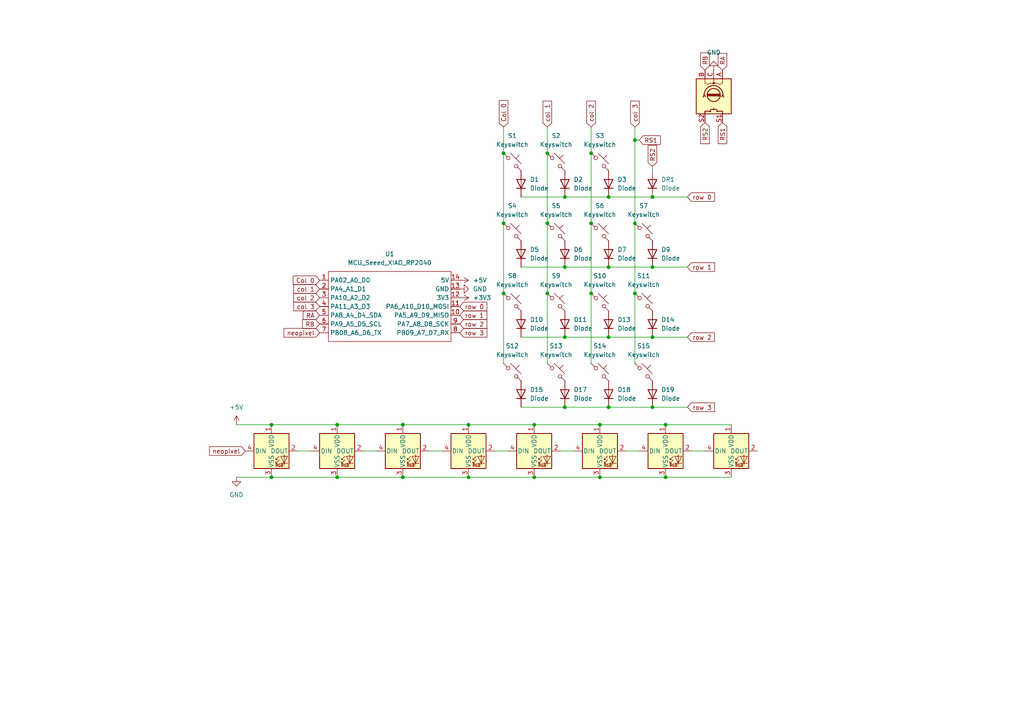
<source format=kicad_sch>
(kicad_sch
	(version 20231120)
	(generator "eeschema")
	(generator_version "8.0")
	(uuid "530c0437-793b-411c-8037-d1f52c971cb3")
	(paper "A4")
	(lib_symbols
		(symbol "Device:RotaryEncoder_Switch"
			(pin_names
				(offset 0.254) hide)
			(exclude_from_sim no)
			(in_bom yes)
			(on_board yes)
			(property "Reference" "SW"
				(at 0 6.604 0)
				(effects
					(font
						(size 1.27 1.27)
					)
				)
			)
			(property "Value" "RotaryEncoder_Switch"
				(at 0 -6.604 0)
				(effects
					(font
						(size 1.27 1.27)
					)
				)
			)
			(property "Footprint" ""
				(at -3.81 4.064 0)
				(effects
					(font
						(size 1.27 1.27)
					)
					(hide yes)
				)
			)
			(property "Datasheet" "~"
				(at 0 6.604 0)
				(effects
					(font
						(size 1.27 1.27)
					)
					(hide yes)
				)
			)
			(property "Description" "Rotary encoder, dual channel, incremental quadrate outputs, with switch"
				(at 0 0 0)
				(effects
					(font
						(size 1.27 1.27)
					)
					(hide yes)
				)
			)
			(property "ki_keywords" "rotary switch encoder switch push button"
				(at 0 0 0)
				(effects
					(font
						(size 1.27 1.27)
					)
					(hide yes)
				)
			)
			(property "ki_fp_filters" "RotaryEncoder*Switch*"
				(at 0 0 0)
				(effects
					(font
						(size 1.27 1.27)
					)
					(hide yes)
				)
			)
			(symbol "RotaryEncoder_Switch_0_1"
				(rectangle
					(start -5.08 5.08)
					(end 5.08 -5.08)
					(stroke
						(width 0.254)
						(type default)
					)
					(fill
						(type background)
					)
				)
				(circle
					(center -3.81 0)
					(radius 0.254)
					(stroke
						(width 0)
						(type default)
					)
					(fill
						(type outline)
					)
				)
				(circle
					(center -0.381 0)
					(radius 1.905)
					(stroke
						(width 0.254)
						(type default)
					)
					(fill
						(type none)
					)
				)
				(arc
					(start -0.381 2.667)
					(mid -3.0988 -0.0635)
					(end -0.381 -2.794)
					(stroke
						(width 0.254)
						(type default)
					)
					(fill
						(type none)
					)
				)
				(polyline
					(pts
						(xy -0.635 -1.778) (xy -0.635 1.778)
					)
					(stroke
						(width 0.254)
						(type default)
					)
					(fill
						(type none)
					)
				)
				(polyline
					(pts
						(xy -0.381 -1.778) (xy -0.381 1.778)
					)
					(stroke
						(width 0.254)
						(type default)
					)
					(fill
						(type none)
					)
				)
				(polyline
					(pts
						(xy -0.127 1.778) (xy -0.127 -1.778)
					)
					(stroke
						(width 0.254)
						(type default)
					)
					(fill
						(type none)
					)
				)
				(polyline
					(pts
						(xy 3.81 0) (xy 3.429 0)
					)
					(stroke
						(width 0.254)
						(type default)
					)
					(fill
						(type none)
					)
				)
				(polyline
					(pts
						(xy 3.81 1.016) (xy 3.81 -1.016)
					)
					(stroke
						(width 0.254)
						(type default)
					)
					(fill
						(type none)
					)
				)
				(polyline
					(pts
						(xy -5.08 -2.54) (xy -3.81 -2.54) (xy -3.81 -2.032)
					)
					(stroke
						(width 0)
						(type default)
					)
					(fill
						(type none)
					)
				)
				(polyline
					(pts
						(xy -5.08 2.54) (xy -3.81 2.54) (xy -3.81 2.032)
					)
					(stroke
						(width 0)
						(type default)
					)
					(fill
						(type none)
					)
				)
				(polyline
					(pts
						(xy 0.254 -3.048) (xy -0.508 -2.794) (xy 0.127 -2.413)
					)
					(stroke
						(width 0.254)
						(type default)
					)
					(fill
						(type none)
					)
				)
				(polyline
					(pts
						(xy 0.254 2.921) (xy -0.508 2.667) (xy 0.127 2.286)
					)
					(stroke
						(width 0.254)
						(type default)
					)
					(fill
						(type none)
					)
				)
				(polyline
					(pts
						(xy 5.08 -2.54) (xy 4.318 -2.54) (xy 4.318 -1.016)
					)
					(stroke
						(width 0.254)
						(type default)
					)
					(fill
						(type none)
					)
				)
				(polyline
					(pts
						(xy 5.08 2.54) (xy 4.318 2.54) (xy 4.318 1.016)
					)
					(stroke
						(width 0.254)
						(type default)
					)
					(fill
						(type none)
					)
				)
				(polyline
					(pts
						(xy -5.08 0) (xy -3.81 0) (xy -3.81 -1.016) (xy -3.302 -2.032)
					)
					(stroke
						(width 0)
						(type default)
					)
					(fill
						(type none)
					)
				)
				(polyline
					(pts
						(xy -4.318 0) (xy -3.81 0) (xy -3.81 1.016) (xy -3.302 2.032)
					)
					(stroke
						(width 0)
						(type default)
					)
					(fill
						(type none)
					)
				)
				(circle
					(center 4.318 -1.016)
					(radius 0.127)
					(stroke
						(width 0.254)
						(type default)
					)
					(fill
						(type none)
					)
				)
				(circle
					(center 4.318 1.016)
					(radius 0.127)
					(stroke
						(width 0.254)
						(type default)
					)
					(fill
						(type none)
					)
				)
			)
			(symbol "RotaryEncoder_Switch_1_1"
				(pin passive line
					(at -7.62 2.54 0)
					(length 2.54)
					(name "A"
						(effects
							(font
								(size 1.27 1.27)
							)
						)
					)
					(number "A"
						(effects
							(font
								(size 1.27 1.27)
							)
						)
					)
				)
				(pin passive line
					(at -7.62 -2.54 0)
					(length 2.54)
					(name "B"
						(effects
							(font
								(size 1.27 1.27)
							)
						)
					)
					(number "B"
						(effects
							(font
								(size 1.27 1.27)
							)
						)
					)
				)
				(pin passive line
					(at -7.62 0 0)
					(length 2.54)
					(name "C"
						(effects
							(font
								(size 1.27 1.27)
							)
						)
					)
					(number "C"
						(effects
							(font
								(size 1.27 1.27)
							)
						)
					)
				)
				(pin passive line
					(at 7.62 2.54 180)
					(length 2.54)
					(name "S1"
						(effects
							(font
								(size 1.27 1.27)
							)
						)
					)
					(number "S1"
						(effects
							(font
								(size 1.27 1.27)
							)
						)
					)
				)
				(pin passive line
					(at 7.62 -2.54 180)
					(length 2.54)
					(name "S2"
						(effects
							(font
								(size 1.27 1.27)
							)
						)
					)
					(number "S2"
						(effects
							(font
								(size 1.27 1.27)
							)
						)
					)
				)
			)
		)
		(symbol "ScottoKeebs:LED_WS2812B"
			(pin_names
				(offset 0.254)
			)
			(exclude_from_sim no)
			(in_bom yes)
			(on_board yes)
			(property "Reference" "D"
				(at 5.08 5.715 0)
				(effects
					(font
						(size 1.27 1.27)
					)
					(justify right bottom)
				)
			)
			(property "Value" "LED_WS2812B"
				(at 1.27 -5.715 0)
				(effects
					(font
						(size 1.27 1.27)
					)
					(justify left top)
				)
			)
			(property "Footprint" "ScottoKeebs_Components:LED_WS2812B"
				(at 1.27 -7.62 0)
				(effects
					(font
						(size 1.27 1.27)
					)
					(justify left top)
					(hide yes)
				)
			)
			(property "Datasheet" "https://cdn-shop.adafruit.com/datasheets/WS2812B.pdf"
				(at 2.54 -9.525 0)
				(effects
					(font
						(size 1.27 1.27)
					)
					(justify left top)
					(hide yes)
				)
			)
			(property "Description" "RGB LED with integrated controller"
				(at 0 0 0)
				(effects
					(font
						(size 1.27 1.27)
					)
					(hide yes)
				)
			)
			(property "ki_keywords" "RGB LED NeoPixel addressable"
				(at 0 0 0)
				(effects
					(font
						(size 1.27 1.27)
					)
					(hide yes)
				)
			)
			(property "ki_fp_filters" "LED*WS2812*PLCC*5.0x5.0mm*P3.2mm*"
				(at 0 0 0)
				(effects
					(font
						(size 1.27 1.27)
					)
					(hide yes)
				)
			)
			(symbol "LED_WS2812B_0_0"
				(text "RGB"
					(at 2.286 -4.191 0)
					(effects
						(font
							(size 0.762 0.762)
						)
					)
				)
			)
			(symbol "LED_WS2812B_0_1"
				(polyline
					(pts
						(xy 1.27 -3.556) (xy 1.778 -3.556)
					)
					(stroke
						(width 0)
						(type default)
					)
					(fill
						(type none)
					)
				)
				(polyline
					(pts
						(xy 1.27 -2.54) (xy 1.778 -2.54)
					)
					(stroke
						(width 0)
						(type default)
					)
					(fill
						(type none)
					)
				)
				(polyline
					(pts
						(xy 4.699 -3.556) (xy 2.667 -3.556)
					)
					(stroke
						(width 0)
						(type default)
					)
					(fill
						(type none)
					)
				)
				(polyline
					(pts
						(xy 2.286 -2.54) (xy 1.27 -3.556) (xy 1.27 -3.048)
					)
					(stroke
						(width 0)
						(type default)
					)
					(fill
						(type none)
					)
				)
				(polyline
					(pts
						(xy 2.286 -1.524) (xy 1.27 -2.54) (xy 1.27 -2.032)
					)
					(stroke
						(width 0)
						(type default)
					)
					(fill
						(type none)
					)
				)
				(polyline
					(pts
						(xy 3.683 -1.016) (xy 3.683 -3.556) (xy 3.683 -4.064)
					)
					(stroke
						(width 0)
						(type default)
					)
					(fill
						(type none)
					)
				)
				(polyline
					(pts
						(xy 4.699 -1.524) (xy 2.667 -1.524) (xy 3.683 -3.556) (xy 4.699 -1.524)
					)
					(stroke
						(width 0)
						(type default)
					)
					(fill
						(type none)
					)
				)
				(rectangle
					(start 5.08 5.08)
					(end -5.08 -5.08)
					(stroke
						(width 0.254)
						(type default)
					)
					(fill
						(type background)
					)
				)
			)
			(symbol "LED_WS2812B_1_1"
				(pin power_in line
					(at 0 7.62 270)
					(length 2.54)
					(name "VDD"
						(effects
							(font
								(size 1.27 1.27)
							)
						)
					)
					(number "1"
						(effects
							(font
								(size 1.27 1.27)
							)
						)
					)
				)
				(pin output line
					(at 7.62 0 180)
					(length 2.54)
					(name "DOUT"
						(effects
							(font
								(size 1.27 1.27)
							)
						)
					)
					(number "2"
						(effects
							(font
								(size 1.27 1.27)
							)
						)
					)
				)
				(pin power_in line
					(at 0 -7.62 90)
					(length 2.54)
					(name "VSS"
						(effects
							(font
								(size 1.27 1.27)
							)
						)
					)
					(number "3"
						(effects
							(font
								(size 1.27 1.27)
							)
						)
					)
				)
				(pin input line
					(at -7.62 0 0)
					(length 2.54)
					(name "DIN"
						(effects
							(font
								(size 1.27 1.27)
							)
						)
					)
					(number "4"
						(effects
							(font
								(size 1.27 1.27)
							)
						)
					)
				)
			)
		)
		(symbol "ScottoKeebs:MCU_Seeed_XIAO_RP2040"
			(exclude_from_sim no)
			(in_bom yes)
			(on_board yes)
			(property "Reference" "U"
				(at -16.51 11.43 0)
				(effects
					(font
						(size 1.27 1.27)
					)
				)
			)
			(property "Value" "MCU_Seeed_XIAO_RP2040"
				(at -3.81 -11.43 0)
				(effects
					(font
						(size 1.27 1.27)
					)
				)
			)
			(property "Footprint" ""
				(at -16.51 2.54 0)
				(effects
					(font
						(size 1.27 1.27)
					)
					(hide yes)
				)
			)
			(property "Datasheet" ""
				(at -16.51 2.54 0)
				(effects
					(font
						(size 1.27 1.27)
					)
					(hide yes)
				)
			)
			(property "Description" ""
				(at 0 0 0)
				(effects
					(font
						(size 1.27 1.27)
					)
					(hide yes)
				)
			)
			(symbol "MCU_Seeed_XIAO_RP2040_0_1"
				(rectangle
					(start -16.51 10.16)
					(end 19.05 -10.16)
					(stroke
						(width 0)
						(type default)
					)
					(fill
						(type none)
					)
				)
			)
			(symbol "MCU_Seeed_XIAO_RP2040_1_1"
				(pin passive line
					(at -19.05 7.62 0)
					(length 2.54)
					(name "PA02_A0_D0"
						(effects
							(font
								(size 1.27 1.27)
							)
						)
					)
					(number "1"
						(effects
							(font
								(size 1.27 1.27)
							)
						)
					)
				)
				(pin passive line
					(at 21.59 -2.54 180)
					(length 2.54)
					(name "PA5_A9_D9_MISO"
						(effects
							(font
								(size 1.27 1.27)
							)
						)
					)
					(number "10"
						(effects
							(font
								(size 1.27 1.27)
							)
						)
					)
				)
				(pin passive line
					(at 21.59 0 180)
					(length 2.54)
					(name "PA6_A10_D10_MOSI"
						(effects
							(font
								(size 1.27 1.27)
							)
						)
					)
					(number "11"
						(effects
							(font
								(size 1.27 1.27)
							)
						)
					)
				)
				(pin passive line
					(at 21.59 2.54 180)
					(length 2.54)
					(name "3V3"
						(effects
							(font
								(size 1.27 1.27)
							)
						)
					)
					(number "12"
						(effects
							(font
								(size 1.27 1.27)
							)
						)
					)
				)
				(pin passive line
					(at 21.59 5.08 180)
					(length 2.54)
					(name "GND"
						(effects
							(font
								(size 1.27 1.27)
							)
						)
					)
					(number "13"
						(effects
							(font
								(size 1.27 1.27)
							)
						)
					)
				)
				(pin passive line
					(at 21.59 7.62 180)
					(length 2.54)
					(name "5V"
						(effects
							(font
								(size 1.27 1.27)
							)
						)
					)
					(number "14"
						(effects
							(font
								(size 1.27 1.27)
							)
						)
					)
				)
				(pin passive line
					(at -19.05 5.08 0)
					(length 2.54)
					(name "PA4_A1_D1"
						(effects
							(font
								(size 1.27 1.27)
							)
						)
					)
					(number "2"
						(effects
							(font
								(size 1.27 1.27)
							)
						)
					)
				)
				(pin passive line
					(at -19.05 2.54 0)
					(length 2.54)
					(name "PA10_A2_D2"
						(effects
							(font
								(size 1.27 1.27)
							)
						)
					)
					(number "3"
						(effects
							(font
								(size 1.27 1.27)
							)
						)
					)
				)
				(pin passive line
					(at -19.05 0 0)
					(length 2.54)
					(name "PA11_A3_D3"
						(effects
							(font
								(size 1.27 1.27)
							)
						)
					)
					(number "4"
						(effects
							(font
								(size 1.27 1.27)
							)
						)
					)
				)
				(pin passive line
					(at -19.05 -2.54 0)
					(length 2.54)
					(name "PA8_A4_D4_SDA"
						(effects
							(font
								(size 1.27 1.27)
							)
						)
					)
					(number "5"
						(effects
							(font
								(size 1.27 1.27)
							)
						)
					)
				)
				(pin passive line
					(at -19.05 -5.08 0)
					(length 2.54)
					(name "PA9_A5_D5_SCL"
						(effects
							(font
								(size 1.27 1.27)
							)
						)
					)
					(number "6"
						(effects
							(font
								(size 1.27 1.27)
							)
						)
					)
				)
				(pin passive line
					(at -19.05 -7.62 0)
					(length 2.54)
					(name "PB08_A6_D6_TX"
						(effects
							(font
								(size 1.27 1.27)
							)
						)
					)
					(number "7"
						(effects
							(font
								(size 1.27 1.27)
							)
						)
					)
				)
				(pin passive line
					(at 21.59 -7.62 180)
					(length 2.54)
					(name "PB09_A7_D7_RX"
						(effects
							(font
								(size 1.27 1.27)
							)
						)
					)
					(number "8"
						(effects
							(font
								(size 1.27 1.27)
							)
						)
					)
				)
				(pin passive line
					(at 21.59 -5.08 180)
					(length 2.54)
					(name "PA7_A8_D8_SCK"
						(effects
							(font
								(size 1.27 1.27)
							)
						)
					)
					(number "9"
						(effects
							(font
								(size 1.27 1.27)
							)
						)
					)
				)
			)
		)
		(symbol "ScottoKeebs:Placeholder_Diode"
			(pin_numbers hide)
			(pin_names hide)
			(exclude_from_sim no)
			(in_bom yes)
			(on_board yes)
			(property "Reference" "D"
				(at 0 2.54 0)
				(effects
					(font
						(size 1.27 1.27)
					)
				)
			)
			(property "Value" "Diode"
				(at 0 -2.54 0)
				(effects
					(font
						(size 1.27 1.27)
					)
				)
			)
			(property "Footprint" ""
				(at 0 0 0)
				(effects
					(font
						(size 1.27 1.27)
					)
					(hide yes)
				)
			)
			(property "Datasheet" ""
				(at 0 0 0)
				(effects
					(font
						(size 1.27 1.27)
					)
					(hide yes)
				)
			)
			(property "Description" "1N4148 (DO-35) or 1N4148W (SOD-123)"
				(at 0 0 0)
				(effects
					(font
						(size 1.27 1.27)
					)
					(hide yes)
				)
			)
			(property "Sim.Device" "D"
				(at 0 0 0)
				(effects
					(font
						(size 1.27 1.27)
					)
					(hide yes)
				)
			)
			(property "Sim.Pins" "1=K 2=A"
				(at 0 0 0)
				(effects
					(font
						(size 1.27 1.27)
					)
					(hide yes)
				)
			)
			(property "ki_keywords" "diode"
				(at 0 0 0)
				(effects
					(font
						(size 1.27 1.27)
					)
					(hide yes)
				)
			)
			(property "ki_fp_filters" "D*DO?35*"
				(at 0 0 0)
				(effects
					(font
						(size 1.27 1.27)
					)
					(hide yes)
				)
			)
			(symbol "Placeholder_Diode_0_1"
				(polyline
					(pts
						(xy -1.27 1.27) (xy -1.27 -1.27)
					)
					(stroke
						(width 0.254)
						(type default)
					)
					(fill
						(type none)
					)
				)
				(polyline
					(pts
						(xy 1.27 0) (xy -1.27 0)
					)
					(stroke
						(width 0)
						(type default)
					)
					(fill
						(type none)
					)
				)
				(polyline
					(pts
						(xy 1.27 1.27) (xy 1.27 -1.27) (xy -1.27 0) (xy 1.27 1.27)
					)
					(stroke
						(width 0.254)
						(type default)
					)
					(fill
						(type none)
					)
				)
			)
			(symbol "Placeholder_Diode_1_1"
				(pin passive line
					(at -3.81 0 0)
					(length 2.54)
					(name "K"
						(effects
							(font
								(size 1.27 1.27)
							)
						)
					)
					(number "1"
						(effects
							(font
								(size 1.27 1.27)
							)
						)
					)
				)
				(pin passive line
					(at 3.81 0 180)
					(length 2.54)
					(name "A"
						(effects
							(font
								(size 1.27 1.27)
							)
						)
					)
					(number "2"
						(effects
							(font
								(size 1.27 1.27)
							)
						)
					)
				)
			)
		)
		(symbol "ScottoKeebs:Placeholder_Keyswitch"
			(pin_numbers hide)
			(pin_names
				(offset 1.016) hide)
			(exclude_from_sim no)
			(in_bom yes)
			(on_board yes)
			(property "Reference" "S"
				(at 3.048 1.016 0)
				(effects
					(font
						(size 1.27 1.27)
					)
					(justify left)
				)
			)
			(property "Value" "Keyswitch"
				(at 0 -3.81 0)
				(effects
					(font
						(size 1.27 1.27)
					)
				)
			)
			(property "Footprint" ""
				(at 0 0 0)
				(effects
					(font
						(size 1.27 1.27)
					)
					(hide yes)
				)
			)
			(property "Datasheet" "~"
				(at 0 0 0)
				(effects
					(font
						(size 1.27 1.27)
					)
					(hide yes)
				)
			)
			(property "Description" "Push button switch, normally open, two pins, 45° tilted"
				(at 0 0 0)
				(effects
					(font
						(size 1.27 1.27)
					)
					(hide yes)
				)
			)
			(property "ki_keywords" "switch normally-open pushbutton push-button"
				(at 0 0 0)
				(effects
					(font
						(size 1.27 1.27)
					)
					(hide yes)
				)
			)
			(symbol "Placeholder_Keyswitch_0_1"
				(circle
					(center -1.1684 1.1684)
					(radius 0.508)
					(stroke
						(width 0)
						(type default)
					)
					(fill
						(type none)
					)
				)
				(polyline
					(pts
						(xy -0.508 2.54) (xy 2.54 -0.508)
					)
					(stroke
						(width 0)
						(type default)
					)
					(fill
						(type none)
					)
				)
				(polyline
					(pts
						(xy 1.016 1.016) (xy 2.032 2.032)
					)
					(stroke
						(width 0)
						(type default)
					)
					(fill
						(type none)
					)
				)
				(polyline
					(pts
						(xy -2.54 2.54) (xy -1.524 1.524) (xy -1.524 1.524)
					)
					(stroke
						(width 0)
						(type default)
					)
					(fill
						(type none)
					)
				)
				(polyline
					(pts
						(xy 1.524 -1.524) (xy 2.54 -2.54) (xy 2.54 -2.54) (xy 2.54 -2.54)
					)
					(stroke
						(width 0)
						(type default)
					)
					(fill
						(type none)
					)
				)
				(circle
					(center 1.143 -1.1938)
					(radius 0.508)
					(stroke
						(width 0)
						(type default)
					)
					(fill
						(type none)
					)
				)
				(pin passive line
					(at -2.54 2.54 0)
					(length 0)
					(name "1"
						(effects
							(font
								(size 1.27 1.27)
							)
						)
					)
					(number "1"
						(effects
							(font
								(size 1.27 1.27)
							)
						)
					)
				)
				(pin passive line
					(at 2.54 -2.54 180)
					(length 0)
					(name "2"
						(effects
							(font
								(size 1.27 1.27)
							)
						)
					)
					(number "2"
						(effects
							(font
								(size 1.27 1.27)
							)
						)
					)
				)
			)
		)
		(symbol "power:+3V3"
			(power)
			(pin_numbers hide)
			(pin_names
				(offset 0) hide)
			(exclude_from_sim no)
			(in_bom yes)
			(on_board yes)
			(property "Reference" "#PWR"
				(at 0 -3.81 0)
				(effects
					(font
						(size 1.27 1.27)
					)
					(hide yes)
				)
			)
			(property "Value" "+3V3"
				(at 0 3.556 0)
				(effects
					(font
						(size 1.27 1.27)
					)
				)
			)
			(property "Footprint" ""
				(at 0 0 0)
				(effects
					(font
						(size 1.27 1.27)
					)
					(hide yes)
				)
			)
			(property "Datasheet" ""
				(at 0 0 0)
				(effects
					(font
						(size 1.27 1.27)
					)
					(hide yes)
				)
			)
			(property "Description" "Power symbol creates a global label with name \"+3V3\""
				(at 0 0 0)
				(effects
					(font
						(size 1.27 1.27)
					)
					(hide yes)
				)
			)
			(property "ki_keywords" "global power"
				(at 0 0 0)
				(effects
					(font
						(size 1.27 1.27)
					)
					(hide yes)
				)
			)
			(symbol "+3V3_0_1"
				(polyline
					(pts
						(xy -0.762 1.27) (xy 0 2.54)
					)
					(stroke
						(width 0)
						(type default)
					)
					(fill
						(type none)
					)
				)
				(polyline
					(pts
						(xy 0 0) (xy 0 2.54)
					)
					(stroke
						(width 0)
						(type default)
					)
					(fill
						(type none)
					)
				)
				(polyline
					(pts
						(xy 0 2.54) (xy 0.762 1.27)
					)
					(stroke
						(width 0)
						(type default)
					)
					(fill
						(type none)
					)
				)
			)
			(symbol "+3V3_1_1"
				(pin power_in line
					(at 0 0 90)
					(length 0)
					(name "~"
						(effects
							(font
								(size 1.27 1.27)
							)
						)
					)
					(number "1"
						(effects
							(font
								(size 1.27 1.27)
							)
						)
					)
				)
			)
		)
		(symbol "power:+5V"
			(power)
			(pin_numbers hide)
			(pin_names
				(offset 0) hide)
			(exclude_from_sim no)
			(in_bom yes)
			(on_board yes)
			(property "Reference" "#PWR"
				(at 0 -3.81 0)
				(effects
					(font
						(size 1.27 1.27)
					)
					(hide yes)
				)
			)
			(property "Value" "+5V"
				(at 0 3.556 0)
				(effects
					(font
						(size 1.27 1.27)
					)
				)
			)
			(property "Footprint" ""
				(at 0 0 0)
				(effects
					(font
						(size 1.27 1.27)
					)
					(hide yes)
				)
			)
			(property "Datasheet" ""
				(at 0 0 0)
				(effects
					(font
						(size 1.27 1.27)
					)
					(hide yes)
				)
			)
			(property "Description" "Power symbol creates a global label with name \"+5V\""
				(at 0 0 0)
				(effects
					(font
						(size 1.27 1.27)
					)
					(hide yes)
				)
			)
			(property "ki_keywords" "global power"
				(at 0 0 0)
				(effects
					(font
						(size 1.27 1.27)
					)
					(hide yes)
				)
			)
			(symbol "+5V_0_1"
				(polyline
					(pts
						(xy -0.762 1.27) (xy 0 2.54)
					)
					(stroke
						(width 0)
						(type default)
					)
					(fill
						(type none)
					)
				)
				(polyline
					(pts
						(xy 0 0) (xy 0 2.54)
					)
					(stroke
						(width 0)
						(type default)
					)
					(fill
						(type none)
					)
				)
				(polyline
					(pts
						(xy 0 2.54) (xy 0.762 1.27)
					)
					(stroke
						(width 0)
						(type default)
					)
					(fill
						(type none)
					)
				)
			)
			(symbol "+5V_1_1"
				(pin power_in line
					(at 0 0 90)
					(length 0)
					(name "~"
						(effects
							(font
								(size 1.27 1.27)
							)
						)
					)
					(number "1"
						(effects
							(font
								(size 1.27 1.27)
							)
						)
					)
				)
			)
		)
		(symbol "power:GND"
			(power)
			(pin_numbers hide)
			(pin_names
				(offset 0) hide)
			(exclude_from_sim no)
			(in_bom yes)
			(on_board yes)
			(property "Reference" "#PWR"
				(at 0 -6.35 0)
				(effects
					(font
						(size 1.27 1.27)
					)
					(hide yes)
				)
			)
			(property "Value" "GND"
				(at 0 -3.81 0)
				(effects
					(font
						(size 1.27 1.27)
					)
				)
			)
			(property "Footprint" ""
				(at 0 0 0)
				(effects
					(font
						(size 1.27 1.27)
					)
					(hide yes)
				)
			)
			(property "Datasheet" ""
				(at 0 0 0)
				(effects
					(font
						(size 1.27 1.27)
					)
					(hide yes)
				)
			)
			(property "Description" "Power symbol creates a global label with name \"GND\" , ground"
				(at 0 0 0)
				(effects
					(font
						(size 1.27 1.27)
					)
					(hide yes)
				)
			)
			(property "ki_keywords" "global power"
				(at 0 0 0)
				(effects
					(font
						(size 1.27 1.27)
					)
					(hide yes)
				)
			)
			(symbol "GND_0_1"
				(polyline
					(pts
						(xy 0 0) (xy 0 -1.27) (xy 1.27 -1.27) (xy 0 -2.54) (xy -1.27 -1.27) (xy 0 -1.27)
					)
					(stroke
						(width 0)
						(type default)
					)
					(fill
						(type none)
					)
				)
			)
			(symbol "GND_1_1"
				(pin power_in line
					(at 0 0 270)
					(length 0)
					(name "~"
						(effects
							(font
								(size 1.27 1.27)
							)
						)
					)
					(number "1"
						(effects
							(font
								(size 1.27 1.27)
							)
						)
					)
				)
			)
		)
	)
	(junction
		(at 176.53 97.79)
		(diameter 0)
		(color 0 0 0 0)
		(uuid "0ac254d5-22c2-4707-ba7a-fdf0dc43db55")
	)
	(junction
		(at 135.89 138.43)
		(diameter 0)
		(color 0 0 0 0)
		(uuid "12d0eeca-b910-4782-9b46-98341017dce0")
	)
	(junction
		(at 189.23 57.15)
		(diameter 0)
		(color 0 0 0 0)
		(uuid "27a45d75-18e6-44b8-ae5c-a0bd6338e659")
	)
	(junction
		(at 146.05 64.77)
		(diameter 0)
		(color 0 0 0 0)
		(uuid "2ff1a92b-00a9-4d4e-a70d-07ac55dcd8a5")
	)
	(junction
		(at 78.74 123.19)
		(diameter 0)
		(color 0 0 0 0)
		(uuid "3bea0957-0408-48fa-b163-81f0d5455d46")
	)
	(junction
		(at 163.83 118.11)
		(diameter 0)
		(color 0 0 0 0)
		(uuid "40b98851-d745-4563-a346-fd4195a6edac")
	)
	(junction
		(at 189.23 97.79)
		(diameter 0)
		(color 0 0 0 0)
		(uuid "497bd4af-b1f7-4b90-9d61-b237b98150b5")
	)
	(junction
		(at 146.05 44.45)
		(diameter 0)
		(color 0 0 0 0)
		(uuid "4a7c863f-2642-4ebf-95a6-bcf191107ef3")
	)
	(junction
		(at 171.45 44.45)
		(diameter 0)
		(color 0 0 0 0)
		(uuid "4bdf6d8a-57fb-4c20-903d-1bcc34da26d9")
	)
	(junction
		(at 78.74 138.43)
		(diameter 0)
		(color 0 0 0 0)
		(uuid "60c25b59-5bbc-43a7-91fd-14bcea3ece34")
	)
	(junction
		(at 173.99 123.19)
		(diameter 0)
		(color 0 0 0 0)
		(uuid "7015a080-b862-4de9-b614-1bc1292ec079")
	)
	(junction
		(at 189.23 77.47)
		(diameter 0)
		(color 0 0 0 0)
		(uuid "72fafb65-082f-47b1-a80c-7af49d7ae4d5")
	)
	(junction
		(at 184.15 40.64)
		(diameter 0)
		(color 0 0 0 0)
		(uuid "7396a12d-d5b3-43c1-ac04-a81d5ed8fbd8")
	)
	(junction
		(at 184.15 85.09)
		(diameter 0)
		(color 0 0 0 0)
		(uuid "77a2765d-627b-4d4f-a860-0b7336f429d3")
	)
	(junction
		(at 158.75 44.45)
		(diameter 0)
		(color 0 0 0 0)
		(uuid "7d84e5d9-3c69-4927-9588-3fbd72e27701")
	)
	(junction
		(at 184.15 64.77)
		(diameter 0)
		(color 0 0 0 0)
		(uuid "8b4dd677-58fe-43af-9221-2009450ad9df")
	)
	(junction
		(at 135.89 123.19)
		(diameter 0)
		(color 0 0 0 0)
		(uuid "993e02f5-f3de-4673-a3b0-4d6d8ceaec7e")
	)
	(junction
		(at 171.45 85.09)
		(diameter 0)
		(color 0 0 0 0)
		(uuid "9e7905b7-6c4c-4218-9515-62eccd37c114")
	)
	(junction
		(at 189.23 118.11)
		(diameter 0)
		(color 0 0 0 0)
		(uuid "a0509784-3a2d-492c-8e0f-f3860e76d29a")
	)
	(junction
		(at 173.99 138.43)
		(diameter 0)
		(color 0 0 0 0)
		(uuid "a3c7a868-cbde-4533-ad42-9b18097f4a17")
	)
	(junction
		(at 163.83 57.15)
		(diameter 0)
		(color 0 0 0 0)
		(uuid "a45da96e-1184-48dd-ba7c-862ab399ba1b")
	)
	(junction
		(at 97.79 138.43)
		(diameter 0)
		(color 0 0 0 0)
		(uuid "a97c8ba2-5b02-4b39-b8a5-3c89f38b99b0")
	)
	(junction
		(at 158.75 85.09)
		(diameter 0)
		(color 0 0 0 0)
		(uuid "bc5a894e-d83f-4d1d-af46-81d14bd761ff")
	)
	(junction
		(at 171.45 64.77)
		(diameter 0)
		(color 0 0 0 0)
		(uuid "bc9fa6f4-5aa7-4687-9438-044f98c37103")
	)
	(junction
		(at 163.83 97.79)
		(diameter 0)
		(color 0 0 0 0)
		(uuid "c18c8894-4498-4cca-a205-43a1c2754f37")
	)
	(junction
		(at 193.04 123.19)
		(diameter 0)
		(color 0 0 0 0)
		(uuid "ca261a18-d93c-4ab5-b000-caef46a88f0d")
	)
	(junction
		(at 176.53 118.11)
		(diameter 0)
		(color 0 0 0 0)
		(uuid "cb232351-d05d-4b5d-9eda-3eefeb09c173")
	)
	(junction
		(at 116.84 138.43)
		(diameter 0)
		(color 0 0 0 0)
		(uuid "d54db66b-00db-42da-96e0-366f58a5c09a")
	)
	(junction
		(at 176.53 77.47)
		(diameter 0)
		(color 0 0 0 0)
		(uuid "d6655b2f-a4d1-4b69-8384-98a4055bd0c5")
	)
	(junction
		(at 154.94 138.43)
		(diameter 0)
		(color 0 0 0 0)
		(uuid "d8aa03df-ef90-445d-9cae-f83dabdd74ee")
	)
	(junction
		(at 146.05 85.09)
		(diameter 0)
		(color 0 0 0 0)
		(uuid "e0ea495f-09a7-4081-80d0-ff5fe1a3e69b")
	)
	(junction
		(at 97.79 123.19)
		(diameter 0)
		(color 0 0 0 0)
		(uuid "e27bef44-575b-46d8-9538-a88519369970")
	)
	(junction
		(at 176.53 57.15)
		(diameter 0)
		(color 0 0 0 0)
		(uuid "e80572e6-4616-42f2-92a8-e5688117a5c6")
	)
	(junction
		(at 193.04 138.43)
		(diameter 0)
		(color 0 0 0 0)
		(uuid "e8444c9f-0a21-4d42-bc32-2e62d4be1bc2")
	)
	(junction
		(at 154.94 123.19)
		(diameter 0)
		(color 0 0 0 0)
		(uuid "e8f1ef5b-a06f-4190-b2b2-71128996bf01")
	)
	(junction
		(at 163.83 77.47)
		(diameter 0)
		(color 0 0 0 0)
		(uuid "eacd7373-685b-4eda-a81e-2887ff2964d7")
	)
	(junction
		(at 116.84 123.19)
		(diameter 0)
		(color 0 0 0 0)
		(uuid "f10e5181-9a42-4a23-887b-77daa99db254")
	)
	(junction
		(at 158.75 64.77)
		(diameter 0)
		(color 0 0 0 0)
		(uuid "f67210f7-27bf-437d-97e0-2569bca38d1c")
	)
	(wire
		(pts
			(xy 184.15 64.77) (xy 184.15 85.09)
		)
		(stroke
			(width 0)
			(type default)
		)
		(uuid "00c61917-e088-45fc-8e4d-422788279515")
	)
	(wire
		(pts
			(xy 171.45 85.09) (xy 171.45 105.41)
		)
		(stroke
			(width 0)
			(type default)
		)
		(uuid "02002d64-45a7-4870-8ea2-90957e8ea31b")
	)
	(wire
		(pts
			(xy 68.58 138.43) (xy 78.74 138.43)
		)
		(stroke
			(width 0)
			(type default)
		)
		(uuid "0210aaea-654c-4734-8d75-7a5b57640683")
	)
	(wire
		(pts
			(xy 146.05 36.83) (xy 146.05 44.45)
		)
		(stroke
			(width 0)
			(type default)
		)
		(uuid "04a95bbd-f77b-4757-a5c9-2187927fd5a5")
	)
	(wire
		(pts
			(xy 158.75 85.09) (xy 158.75 105.41)
		)
		(stroke
			(width 0)
			(type default)
		)
		(uuid "063fe208-6074-40a1-b288-1c5ad41018c6")
	)
	(wire
		(pts
			(xy 181.61 130.81) (xy 185.42 130.81)
		)
		(stroke
			(width 0)
			(type default)
		)
		(uuid "0dfae7d7-216a-4891-89d0-d3fc4ca983fc")
	)
	(wire
		(pts
			(xy 151.13 118.11) (xy 163.83 118.11)
		)
		(stroke
			(width 0)
			(type default)
		)
		(uuid "0e247235-c665-4b76-8dd8-76016884d248")
	)
	(wire
		(pts
			(xy 151.13 57.15) (xy 163.83 57.15)
		)
		(stroke
			(width 0)
			(type default)
		)
		(uuid "0eb9c605-fe05-468e-b017-a3d2a07585ed")
	)
	(wire
		(pts
			(xy 124.46 130.81) (xy 128.27 130.81)
		)
		(stroke
			(width 0)
			(type default)
		)
		(uuid "0f85cda8-8e48-4f24-b51c-efa096244d95")
	)
	(wire
		(pts
			(xy 116.84 123.19) (xy 135.89 123.19)
		)
		(stroke
			(width 0)
			(type default)
		)
		(uuid "123469a5-9dd8-42a4-be1f-c5d4f1d61b37")
	)
	(wire
		(pts
			(xy 78.74 123.19) (xy 97.79 123.19)
		)
		(stroke
			(width 0)
			(type default)
		)
		(uuid "146396a6-7f51-40b6-95ee-61666172211f")
	)
	(wire
		(pts
			(xy 105.41 130.81) (xy 109.22 130.81)
		)
		(stroke
			(width 0)
			(type default)
		)
		(uuid "168a5f3e-dc0f-44a4-a435-b47d7572bb92")
	)
	(wire
		(pts
			(xy 163.83 97.79) (xy 176.53 97.79)
		)
		(stroke
			(width 0)
			(type default)
		)
		(uuid "194bdd59-18b5-4a1c-937f-1b7fcef40523")
	)
	(wire
		(pts
			(xy 158.75 36.83) (xy 158.75 44.45)
		)
		(stroke
			(width 0)
			(type default)
		)
		(uuid "1c12b875-bc60-4a25-bb1b-058024f57c4c")
	)
	(wire
		(pts
			(xy 163.83 77.47) (xy 176.53 77.47)
		)
		(stroke
			(width 0)
			(type default)
		)
		(uuid "1fc40613-9035-49ff-97b3-865cff5e333e")
	)
	(wire
		(pts
			(xy 116.84 138.43) (xy 135.89 138.43)
		)
		(stroke
			(width 0)
			(type default)
		)
		(uuid "208aaccb-0490-44a4-a657-6a719eae259f")
	)
	(wire
		(pts
			(xy 151.13 97.79) (xy 163.83 97.79)
		)
		(stroke
			(width 0)
			(type default)
		)
		(uuid "25a0c466-9458-4976-bc6c-13d5cc95680e")
	)
	(wire
		(pts
			(xy 163.83 118.11) (xy 176.53 118.11)
		)
		(stroke
			(width 0)
			(type default)
		)
		(uuid "27cfc509-4339-4aeb-88b3-08a80301747a")
	)
	(wire
		(pts
			(xy 146.05 85.09) (xy 146.05 105.41)
		)
		(stroke
			(width 0)
			(type default)
		)
		(uuid "2df47ec7-ca58-48ae-be17-926ba064603a")
	)
	(wire
		(pts
			(xy 135.89 123.19) (xy 154.94 123.19)
		)
		(stroke
			(width 0)
			(type default)
		)
		(uuid "33252916-16ad-468c-893b-a0a128a98df7")
	)
	(wire
		(pts
			(xy 146.05 64.77) (xy 146.05 85.09)
		)
		(stroke
			(width 0)
			(type default)
		)
		(uuid "33c7ed5a-e092-4e0e-8c80-50f35197c6e6")
	)
	(wire
		(pts
			(xy 189.23 77.47) (xy 199.39 77.47)
		)
		(stroke
			(width 0)
			(type default)
		)
		(uuid "349b5978-4082-40d9-93c1-715d58089a51")
	)
	(wire
		(pts
			(xy 146.05 44.45) (xy 146.05 64.77)
		)
		(stroke
			(width 0)
			(type default)
		)
		(uuid "49928f01-6e8c-433d-bae9-d433a6e64ddd")
	)
	(wire
		(pts
			(xy 154.94 138.43) (xy 173.99 138.43)
		)
		(stroke
			(width 0)
			(type default)
		)
		(uuid "4ed8d9a4-8af1-4233-b3a6-cff89174cbb1")
	)
	(wire
		(pts
			(xy 86.36 130.81) (xy 90.17 130.81)
		)
		(stroke
			(width 0)
			(type default)
		)
		(uuid "58ff6b2b-9727-499b-982d-8d75554f9db9")
	)
	(wire
		(pts
			(xy 78.74 138.43) (xy 97.79 138.43)
		)
		(stroke
			(width 0)
			(type default)
		)
		(uuid "5aca6276-0a7b-49d9-911e-92e1622be68e")
	)
	(wire
		(pts
			(xy 184.15 85.09) (xy 184.15 105.41)
		)
		(stroke
			(width 0)
			(type default)
		)
		(uuid "5d9e2f80-ef4f-4e82-82a1-e6fa36c7e176")
	)
	(wire
		(pts
			(xy 185.42 40.64) (xy 184.15 40.64)
		)
		(stroke
			(width 0)
			(type default)
		)
		(uuid "65206d13-a9a3-4f08-b34b-ccd6b3a9d2b1")
	)
	(wire
		(pts
			(xy 135.89 138.43) (xy 154.94 138.43)
		)
		(stroke
			(width 0)
			(type default)
		)
		(uuid "81cfe366-7152-4076-85b8-3697d21fda20")
	)
	(wire
		(pts
			(xy 171.45 44.45) (xy 171.45 64.77)
		)
		(stroke
			(width 0)
			(type default)
		)
		(uuid "88e66663-4a1b-4feb-8539-ed3e429880be")
	)
	(wire
		(pts
			(xy 176.53 118.11) (xy 189.23 118.11)
		)
		(stroke
			(width 0)
			(type default)
		)
		(uuid "8cd78766-daf6-491c-b85a-6121ebaf7699")
	)
	(wire
		(pts
			(xy 176.53 57.15) (xy 189.23 57.15)
		)
		(stroke
			(width 0)
			(type default)
		)
		(uuid "8d7117a6-8cba-4058-aa6a-770514564ddc")
	)
	(wire
		(pts
			(xy 171.45 64.77) (xy 171.45 85.09)
		)
		(stroke
			(width 0)
			(type default)
		)
		(uuid "944734ca-5b81-497a-b3a4-3b0b7f43e15a")
	)
	(wire
		(pts
			(xy 176.53 77.47) (xy 189.23 77.47)
		)
		(stroke
			(width 0)
			(type default)
		)
		(uuid "98b44af8-8283-4be0-a694-434a8c8d7fc6")
	)
	(wire
		(pts
			(xy 173.99 123.19) (xy 193.04 123.19)
		)
		(stroke
			(width 0)
			(type default)
		)
		(uuid "9aacf972-0e8e-48e7-9b23-1bb8de961e63")
	)
	(wire
		(pts
			(xy 193.04 123.19) (xy 212.09 123.19)
		)
		(stroke
			(width 0)
			(type default)
		)
		(uuid "9aebeb59-914e-4d33-abe7-871ee1867554")
	)
	(wire
		(pts
			(xy 193.04 138.43) (xy 212.09 138.43)
		)
		(stroke
			(width 0)
			(type default)
		)
		(uuid "a645cc56-9745-4bdb-86be-8cf439b50120")
	)
	(wire
		(pts
			(xy 143.51 130.81) (xy 147.32 130.81)
		)
		(stroke
			(width 0)
			(type default)
		)
		(uuid "aa0e6a73-77cd-4713-bf8b-0337761700d0")
	)
	(wire
		(pts
			(xy 68.58 123.19) (xy 78.74 123.19)
		)
		(stroke
			(width 0)
			(type default)
		)
		(uuid "ad8c61f5-aeb6-4e42-9613-3de70a18497c")
	)
	(wire
		(pts
			(xy 158.75 44.45) (xy 158.75 64.77)
		)
		(stroke
			(width 0)
			(type default)
		)
		(uuid "b3210ea0-afe3-42c6-827f-74b1ef2df722")
	)
	(wire
		(pts
			(xy 151.13 77.47) (xy 163.83 77.47)
		)
		(stroke
			(width 0)
			(type default)
		)
		(uuid "b3d60aa8-8a55-4149-b560-3249aef1757e")
	)
	(wire
		(pts
			(xy 200.66 130.81) (xy 204.47 130.81)
		)
		(stroke
			(width 0)
			(type default)
		)
		(uuid "beb1a411-d646-4042-bf85-9ed8aece0932")
	)
	(wire
		(pts
			(xy 171.45 36.83) (xy 171.45 44.45)
		)
		(stroke
			(width 0)
			(type default)
		)
		(uuid "bff60b8e-bf6c-4bbf-b708-3eff5b0314af")
	)
	(wire
		(pts
			(xy 189.23 118.11) (xy 199.39 118.11)
		)
		(stroke
			(width 0)
			(type default)
		)
		(uuid "c5ab5bfe-ad52-4336-b095-b6767f7f4827")
	)
	(wire
		(pts
			(xy 97.79 123.19) (xy 116.84 123.19)
		)
		(stroke
			(width 0)
			(type default)
		)
		(uuid "c87c1b22-31a9-40c2-b440-ffcd1cced456")
	)
	(wire
		(pts
			(xy 162.56 130.81) (xy 166.37 130.81)
		)
		(stroke
			(width 0)
			(type default)
		)
		(uuid "d49dc46d-280b-4030-9d78-92d4f61f5df2")
	)
	(wire
		(pts
			(xy 184.15 40.64) (xy 184.15 64.77)
		)
		(stroke
			(width 0)
			(type default)
		)
		(uuid "d5ca758d-dc46-4175-87bd-b353313006ba")
	)
	(wire
		(pts
			(xy 189.23 57.15) (xy 199.39 57.15)
		)
		(stroke
			(width 0)
			(type default)
		)
		(uuid "db2b3498-f82a-4045-bf8e-11bd02e9c8ef")
	)
	(wire
		(pts
			(xy 176.53 97.79) (xy 189.23 97.79)
		)
		(stroke
			(width 0)
			(type default)
		)
		(uuid "e9f0ccf1-c64f-4833-b598-eaad7938df1e")
	)
	(wire
		(pts
			(xy 173.99 138.43) (xy 193.04 138.43)
		)
		(stroke
			(width 0)
			(type default)
		)
		(uuid "ec286913-1276-4c60-8be5-dacd0d8e66d4")
	)
	(wire
		(pts
			(xy 158.75 64.77) (xy 158.75 85.09)
		)
		(stroke
			(width 0)
			(type default)
		)
		(uuid "eccfcf20-9b9d-41ba-aa5b-f54b7363038a")
	)
	(wire
		(pts
			(xy 97.79 138.43) (xy 116.84 138.43)
		)
		(stroke
			(width 0)
			(type default)
		)
		(uuid "ee41aa11-1e5d-47fe-83fa-3924e02301d6")
	)
	(wire
		(pts
			(xy 189.23 48.26) (xy 189.23 49.53)
		)
		(stroke
			(width 0)
			(type default)
		)
		(uuid "ee80f098-2228-40de-a7c5-07f5bf8a28b4")
	)
	(wire
		(pts
			(xy 163.83 57.15) (xy 176.53 57.15)
		)
		(stroke
			(width 0)
			(type default)
		)
		(uuid "f868d9ad-9ff7-427d-b69c-038f78a7fbab")
	)
	(wire
		(pts
			(xy 189.23 97.79) (xy 199.39 97.79)
		)
		(stroke
			(width 0)
			(type default)
		)
		(uuid "f9fcd7db-42b7-4102-8350-644b51916c68")
	)
	(wire
		(pts
			(xy 154.94 123.19) (xy 173.99 123.19)
		)
		(stroke
			(width 0)
			(type default)
		)
		(uuid "fab2c843-9d30-47bb-9e12-393aa62aa3c7")
	)
	(wire
		(pts
			(xy 184.15 36.83) (xy 184.15 40.64)
		)
		(stroke
			(width 0)
			(type default)
		)
		(uuid "fafd42ec-719d-410e-9e8a-61c51d3369e9")
	)
	(global_label "row 0"
		(shape input)
		(at 133.35 88.9 0)
		(fields_autoplaced yes)
		(effects
			(font
				(size 1.27 1.27)
			)
			(justify left)
		)
		(uuid "09634f9b-afa1-4802-898b-0d6c0d5e2026")
		(property "Intersheetrefs" "${INTERSHEET_REFS}"
			(at 140.6986 88.9 0)
			(effects
				(font
					(size 1.27 1.27)
				)
				(justify left)
				(hide yes)
			)
		)
	)
	(global_label "RB"
		(shape input)
		(at 92.71 93.98 180)
		(fields_autoplaced yes)
		(effects
			(font
				(size 1.27 1.27)
			)
			(justify right)
		)
		(uuid "1173b835-d4e2-4932-9571-7e855fbb7891")
		(property "Intersheetrefs" "${INTERSHEET_REFS}"
			(at 88.0303 93.98 0)
			(effects
				(font
					(size 1.27 1.27)
				)
				(justify right)
				(hide yes)
			)
		)
	)
	(global_label "col 1"
		(shape input)
		(at 92.71 83.82 180)
		(fields_autoplaced yes)
		(effects
			(font
				(size 1.27 1.27)
			)
			(justify right)
		)
		(uuid "249bc044-133f-473c-9faa-db3b89714355")
		(property "Intersheetrefs" "${INTERSHEET_REFS}"
			(at 85.8639 83.82 0)
			(effects
				(font
					(size 1.27 1.27)
				)
				(justify right)
				(hide yes)
			)
		)
	)
	(global_label "col 1"
		(shape input)
		(at 158.75 36.83 90)
		(fields_autoplaced yes)
		(effects
			(font
				(size 1.27 1.27)
			)
			(justify left)
		)
		(uuid "337322e0-6525-44f2-a0ea-f9b582ce4890")
		(property "Intersheetrefs" "${INTERSHEET_REFS}"
			(at 158.75 29.9839 90)
			(effects
				(font
					(size 1.27 1.27)
				)
				(justify left)
				(hide yes)
			)
		)
	)
	(global_label "row 1"
		(shape input)
		(at 199.39 77.47 0)
		(fields_autoplaced yes)
		(effects
			(font
				(size 1.27 1.27)
			)
			(justify left)
		)
		(uuid "428a527b-90b7-4466-beb0-5ef0a9a55e62")
		(property "Intersheetrefs" "${INTERSHEET_REFS}"
			(at 206.7448 77.47 0)
			(effects
				(font
					(size 1.27 1.27)
				)
				(justify left)
				(hide yes)
			)
		)
	)
	(global_label "RB"
		(shape input)
		(at 204.47 20.32 90)
		(fields_autoplaced yes)
		(effects
			(font
				(size 1.27 1.27)
			)
			(justify left)
		)
		(uuid "434866d4-2db7-40c0-ac43-de854f37a710")
		(property "Intersheetrefs" "${INTERSHEET_REFS}"
			(at 204.47 15.6403 90)
			(effects
				(font
					(size 1.27 1.27)
				)
				(justify left)
				(hide yes)
			)
		)
	)
	(global_label "neopixel"
		(shape input)
		(at 71.12 130.81 180)
		(fields_autoplaced yes)
		(effects
			(font
				(size 1.27 1.27)
			)
			(justify right)
		)
		(uuid "4eb5ff4b-fd55-4111-9f57-be29383386a4")
		(property "Intersheetrefs" "${INTERSHEET_REFS}"
			(at 61.5666 130.81 0)
			(effects
				(font
					(size 1.27 1.27)
				)
				(justify right)
				(hide yes)
			)
		)
	)
	(global_label "row 3"
		(shape input)
		(at 199.39 118.11 0)
		(fields_autoplaced yes)
		(effects
			(font
				(size 1.27 1.27)
			)
			(justify left)
		)
		(uuid "4f650a94-2ba0-4855-b0b3-f0fb4a8f8067")
		(property "Intersheetrefs" "${INTERSHEET_REFS}"
			(at 206.7386 118.11 0)
			(effects
				(font
					(size 1.27 1.27)
				)
				(justify left)
				(hide yes)
			)
		)
	)
	(global_label "row 2"
		(shape input)
		(at 133.35 93.98 0)
		(fields_autoplaced yes)
		(effects
			(font
				(size 1.27 1.27)
			)
			(justify left)
		)
		(uuid "5a9718e3-8922-474a-b020-aef9d6ef2aa9")
		(property "Intersheetrefs" "${INTERSHEET_REFS}"
			(at 140.6986 93.98 0)
			(effects
				(font
					(size 1.27 1.27)
				)
				(justify left)
				(hide yes)
			)
		)
	)
	(global_label "row 1"
		(shape input)
		(at 133.35 91.44 0)
		(fields_autoplaced yes)
		(effects
			(font
				(size 1.27 1.27)
			)
			(justify left)
		)
		(uuid "65d51d84-207e-45bd-9f8f-50f054dd49fe")
		(property "Intersheetrefs" "${INTERSHEET_REFS}"
			(at 140.7048 91.44 0)
			(effects
				(font
					(size 1.27 1.27)
				)
				(justify left)
				(hide yes)
			)
		)
	)
	(global_label "Col 0"
		(shape input)
		(at 92.71 81.28 180)
		(fields_autoplaced yes)
		(effects
			(font
				(size 1.27 1.27)
			)
			(justify right)
		)
		(uuid "69fb39e3-6702-4d10-b3a0-832c1c35ede5")
		(property "Intersheetrefs" "${INTERSHEET_REFS}"
			(at 85.8701 81.28 0)
			(effects
				(font
					(size 1.27 1.27)
				)
				(justify right)
				(hide yes)
			)
		)
	)
	(global_label "RS2"
		(shape input)
		(at 204.47 35.56 270)
		(fields_autoplaced yes)
		(effects
			(font
				(size 1.27 1.27)
			)
			(justify right)
		)
		(uuid "6bcb1b51-7a71-415b-adb0-41ea904c8dba")
		(property "Intersheetrefs" "${INTERSHEET_REFS}"
			(at 204.47 41.0871 90)
			(effects
				(font
					(size 1.27 1.27)
				)
				(justify right)
				(hide yes)
			)
		)
	)
	(global_label "row 0"
		(shape input)
		(at 199.39 57.15 0)
		(fields_autoplaced yes)
		(effects
			(font
				(size 1.27 1.27)
			)
			(justify left)
		)
		(uuid "7f11877d-7e02-45c9-a1e2-0c3d4c3e6eb7")
		(property "Intersheetrefs" "${INTERSHEET_REFS}"
			(at 206.7386 57.15 0)
			(effects
				(font
					(size 1.27 1.27)
				)
				(justify left)
				(hide yes)
			)
		)
	)
	(global_label "col 3"
		(shape input)
		(at 92.71 88.9 180)
		(fields_autoplaced yes)
		(effects
			(font
				(size 1.27 1.27)
			)
			(justify right)
		)
		(uuid "9489a3c2-be65-4b1a-8cf5-2f8befd4428d")
		(property "Intersheetrefs" "${INTERSHEET_REFS}"
			(at 85.8701 88.9 0)
			(effects
				(font
					(size 1.27 1.27)
				)
				(justify right)
				(hide yes)
			)
		)
	)
	(global_label "RA"
		(shape input)
		(at 92.71 91.44 180)
		(fields_autoplaced yes)
		(effects
			(font
				(size 1.27 1.27)
			)
			(justify right)
		)
		(uuid "962007ff-8770-4364-92cb-778a744f774b")
		(property "Intersheetrefs" "${INTERSHEET_REFS}"
			(at 88.0402 91.44 0)
			(effects
				(font
					(size 1.27 1.27)
				)
				(justify right)
				(hide yes)
			)
		)
	)
	(global_label "RA"
		(shape input)
		(at 209.55 20.32 90)
		(fields_autoplaced yes)
		(effects
			(font
				(size 1.27 1.27)
			)
			(justify left)
		)
		(uuid "985bf8df-d3a4-4aff-81dd-49950871563f")
		(property "Intersheetrefs" "${INTERSHEET_REFS}"
			(at 209.55 15.6502 90)
			(effects
				(font
					(size 1.27 1.27)
				)
				(justify left)
				(hide yes)
			)
		)
	)
	(global_label "row 3"
		(shape input)
		(at 133.35 96.52 0)
		(fields_autoplaced yes)
		(effects
			(font
				(size 1.27 1.27)
			)
			(justify left)
		)
		(uuid "a4593d7e-b39c-4867-920f-96cf07d20618")
		(property "Intersheetrefs" "${INTERSHEET_REFS}"
			(at 140.6986 96.52 0)
			(effects
				(font
					(size 1.27 1.27)
				)
				(justify left)
				(hide yes)
			)
		)
	)
	(global_label "row 2"
		(shape input)
		(at 199.39 97.79 0)
		(fields_autoplaced yes)
		(effects
			(font
				(size 1.27 1.27)
			)
			(justify left)
		)
		(uuid "aeb7c117-bcad-420f-be71-08b31dd0c0fe")
		(property "Intersheetrefs" "${INTERSHEET_REFS}"
			(at 206.7386 97.79 0)
			(effects
				(font
					(size 1.27 1.27)
				)
				(justify left)
				(hide yes)
			)
		)
	)
	(global_label "col 3"
		(shape input)
		(at 184.15 36.83 90)
		(fields_autoplaced yes)
		(effects
			(font
				(size 1.27 1.27)
			)
			(justify left)
		)
		(uuid "bc7879bc-9257-4ea9-813e-2f1d3eea449e")
		(property "Intersheetrefs" "${INTERSHEET_REFS}"
			(at 184.15 29.9901 90)
			(effects
				(font
					(size 1.27 1.27)
				)
				(justify left)
				(hide yes)
			)
		)
	)
	(global_label "RS1"
		(shape input)
		(at 185.42 40.64 0)
		(fields_autoplaced yes)
		(effects
			(font
				(size 1.27 1.27)
			)
			(justify left)
		)
		(uuid "cb13bf58-37cf-4a08-bafb-b307e1fd6d4d")
		(property "Intersheetrefs" "${INTERSHEET_REFS}"
			(at 190.9534 40.64 0)
			(effects
				(font
					(size 1.27 1.27)
				)
				(justify left)
				(hide yes)
			)
		)
	)
	(global_label "RS2"
		(shape input)
		(at 189.23 48.26 90)
		(fields_autoplaced yes)
		(effects
			(font
				(size 1.27 1.27)
			)
			(justify left)
		)
		(uuid "d9ca05f1-2760-4d17-8d8b-ce3984ef52e1")
		(property "Intersheetrefs" "${INTERSHEET_REFS}"
			(at 189.23 42.7329 90)
			(effects
				(font
					(size 1.27 1.27)
				)
				(justify left)
				(hide yes)
			)
		)
	)
	(global_label "col 2"
		(shape input)
		(at 92.71 86.36 180)
		(fields_autoplaced yes)
		(effects
			(font
				(size 1.27 1.27)
			)
			(justify right)
		)
		(uuid "e0e35dc9-c211-4bc1-9640-8bd4d41f0664")
		(property "Intersheetrefs" "${INTERSHEET_REFS}"
			(at 85.8701 86.36 0)
			(effects
				(font
					(size 1.27 1.27)
				)
				(justify right)
				(hide yes)
			)
		)
	)
	(global_label "neopixel"
		(shape input)
		(at 92.71 96.52 180)
		(fields_autoplaced yes)
		(effects
			(font
				(size 1.27 1.27)
			)
			(justify right)
		)
		(uuid "e506b557-620f-418f-9956-0c2cbf1eacaa")
		(property "Intersheetrefs" "${INTERSHEET_REFS}"
			(at 83.1566 96.52 0)
			(effects
				(font
					(size 1.27 1.27)
				)
				(justify right)
				(hide yes)
			)
		)
	)
	(global_label "RS1"
		(shape input)
		(at 209.55 35.56 270)
		(fields_autoplaced yes)
		(effects
			(font
				(size 1.27 1.27)
			)
			(justify right)
		)
		(uuid "e785ceed-cbf2-40e0-96d8-977d2068f46c")
		(property "Intersheetrefs" "${INTERSHEET_REFS}"
			(at 209.55 41.0934 90)
			(effects
				(font
					(size 1.27 1.27)
				)
				(justify right)
				(hide yes)
			)
		)
	)
	(global_label "Col 0"
		(shape input)
		(at 146.05 36.83 90)
		(fields_autoplaced yes)
		(effects
			(font
				(size 1.27 1.27)
			)
			(justify left)
		)
		(uuid "eefbabd8-42a7-40ab-affc-d1ee9c210a8d")
		(property "Intersheetrefs" "${INTERSHEET_REFS}"
			(at 146.05 29.9901 90)
			(effects
				(font
					(size 1.27 1.27)
				)
				(justify left)
				(hide yes)
			)
		)
	)
	(global_label "col 2"
		(shape input)
		(at 171.45 36.83 90)
		(fields_autoplaced yes)
		(effects
			(font
				(size 1.27 1.27)
			)
			(justify left)
		)
		(uuid "fa958d31-fcfe-453e-865e-0c5ce11ceb5e")
		(property "Intersheetrefs" "${INTERSHEET_REFS}"
			(at 171.45 29.9901 90)
			(effects
				(font
					(size 1.27 1.27)
				)
				(justify left)
				(hide yes)
			)
		)
	)
	(symbol
		(lib_id "ScottoKeebs:Placeholder_Diode")
		(at 151.13 114.3 90)
		(unit 1)
		(exclude_from_sim no)
		(in_bom yes)
		(on_board yes)
		(dnp no)
		(fields_autoplaced yes)
		(uuid "050194f2-ad5f-4107-81b8-900db9c298e2")
		(property "Reference" "D15"
			(at 153.67 113.03 90)
			(effects
				(font
					(size 1.27 1.27)
				)
				(justify right)
			)
		)
		(property "Value" "Diode"
			(at 153.67 115.57 90)
			(effects
				(font
					(size 1.27 1.27)
				)
				(justify right)
			)
		)
		(property "Footprint" "ScottoKeebs_Components:Diode_DO-35"
			(at 151.13 114.3 0)
			(effects
				(font
					(size 1.27 1.27)
				)
				(hide yes)
			)
		)
		(property "Datasheet" ""
			(at 151.13 114.3 0)
			(effects
				(font
					(size 1.27 1.27)
				)
				(hide yes)
			)
		)
		(property "Description" "1N4148 (DO-35) or 1N4148W (SOD-123)"
			(at 151.13 114.3 0)
			(effects
				(font
					(size 1.27 1.27)
				)
				(hide yes)
			)
		)
		(property "Sim.Device" "D"
			(at 151.13 114.3 0)
			(effects
				(font
					(size 1.27 1.27)
				)
				(hide yes)
			)
		)
		(property "Sim.Pins" "1=K 2=A"
			(at 151.13 114.3 0)
			(effects
				(font
					(size 1.27 1.27)
				)
				(hide yes)
			)
		)
		(pin "2"
			(uuid "4429ef5d-7a2d-44ef-bd69-69e6e32da41d")
		)
		(pin "1"
			(uuid "8d71460d-e0ff-41f4-8e89-15dfdf57c34f")
		)
		(instances
			(project "hackpad1"
				(path "/530c0437-793b-411c-8037-d1f52c971cb3"
					(reference "D15")
					(unit 1)
				)
			)
		)
	)
	(symbol
		(lib_id "power:GND")
		(at 68.58 138.43 0)
		(unit 1)
		(exclude_from_sim no)
		(in_bom yes)
		(on_board yes)
		(dnp no)
		(fields_autoplaced yes)
		(uuid "0b61134b-e98b-484d-885e-32c7d3e1f58c")
		(property "Reference" "#PWR05"
			(at 68.58 144.78 0)
			(effects
				(font
					(size 1.27 1.27)
				)
				(hide yes)
			)
		)
		(property "Value" "GND"
			(at 68.58 143.51 0)
			(effects
				(font
					(size 1.27 1.27)
				)
			)
		)
		(property "Footprint" ""
			(at 68.58 138.43 0)
			(effects
				(font
					(size 1.27 1.27)
				)
				(hide yes)
			)
		)
		(property "Datasheet" ""
			(at 68.58 138.43 0)
			(effects
				(font
					(size 1.27 1.27)
				)
				(hide yes)
			)
		)
		(property "Description" "Power symbol creates a global label with name \"GND\" , ground"
			(at 68.58 138.43 0)
			(effects
				(font
					(size 1.27 1.27)
				)
				(hide yes)
			)
		)
		(pin "1"
			(uuid "531d8a69-942b-475d-9565-961be6fe74ad")
		)
		(instances
			(project ""
				(path "/530c0437-793b-411c-8037-d1f52c971cb3"
					(reference "#PWR05")
					(unit 1)
				)
			)
		)
	)
	(symbol
		(lib_id "ScottoKeebs:Placeholder_Diode")
		(at 163.83 93.98 90)
		(unit 1)
		(exclude_from_sim no)
		(in_bom yes)
		(on_board yes)
		(dnp no)
		(fields_autoplaced yes)
		(uuid "12a90b1b-4cc4-4ecb-848f-3a3e512beeea")
		(property "Reference" "D11"
			(at 166.37 92.71 90)
			(effects
				(font
					(size 1.27 1.27)
				)
				(justify right)
			)
		)
		(property "Value" "Diode"
			(at 166.37 95.25 90)
			(effects
				(font
					(size 1.27 1.27)
				)
				(justify right)
			)
		)
		(property "Footprint" "ScottoKeebs_Components:Diode_DO-35"
			(at 163.83 93.98 0)
			(effects
				(font
					(size 1.27 1.27)
				)
				(hide yes)
			)
		)
		(property "Datasheet" ""
			(at 163.83 93.98 0)
			(effects
				(font
					(size 1.27 1.27)
				)
				(hide yes)
			)
		)
		(property "Description" "1N4148 (DO-35) or 1N4148W (SOD-123)"
			(at 163.83 93.98 0)
			(effects
				(font
					(size 1.27 1.27)
				)
				(hide yes)
			)
		)
		(property "Sim.Device" "D"
			(at 163.83 93.98 0)
			(effects
				(font
					(size 1.27 1.27)
				)
				(hide yes)
			)
		)
		(property "Sim.Pins" "1=K 2=A"
			(at 163.83 93.98 0)
			(effects
				(font
					(size 1.27 1.27)
				)
				(hide yes)
			)
		)
		(pin "2"
			(uuid "0fc8cd75-fcbd-49bf-a387-c33a0a7594d9")
		)
		(pin "1"
			(uuid "3b8dae34-a5b4-4421-9c81-8a412131ec28")
		)
		(instances
			(project "hackpad1"
				(path "/530c0437-793b-411c-8037-d1f52c971cb3"
					(reference "D11")
					(unit 1)
				)
			)
		)
	)
	(symbol
		(lib_id "ScottoKeebs:Placeholder_Keyswitch")
		(at 161.29 46.99 0)
		(unit 1)
		(exclude_from_sim no)
		(in_bom yes)
		(on_board yes)
		(dnp no)
		(fields_autoplaced yes)
		(uuid "1f8a5253-d2df-4c50-a778-7f6a33c6abc3")
		(property "Reference" "S2"
			(at 161.29 39.37 0)
			(effects
				(font
					(size 1.27 1.27)
				)
			)
		)
		(property "Value" "Keyswitch"
			(at 161.29 41.91 0)
			(effects
				(font
					(size 1.27 1.27)
				)
			)
		)
		(property "Footprint" "PCM_Switch_Keyboard_Kailh:SW_Kailh_Choc_V2_1.00u"
			(at 161.29 46.99 0)
			(effects
				(font
					(size 1.27 1.27)
				)
				(hide yes)
			)
		)
		(property "Datasheet" "~"
			(at 161.29 46.99 0)
			(effects
				(font
					(size 1.27 1.27)
				)
				(hide yes)
			)
		)
		(property "Description" "Push button switch, normally open, two pins, 45° tilted"
			(at 161.29 46.99 0)
			(effects
				(font
					(size 1.27 1.27)
				)
				(hide yes)
			)
		)
		(pin "1"
			(uuid "404ecf8b-3244-43d9-a973-5d79d6227963")
		)
		(pin "2"
			(uuid "3ceb1cee-ff19-44d2-bb5d-725018a88015")
		)
		(instances
			(project "hackpad1"
				(path "/530c0437-793b-411c-8037-d1f52c971cb3"
					(reference "S2")
					(unit 1)
				)
			)
		)
	)
	(symbol
		(lib_id "ScottoKeebs:LED_WS2812B")
		(at 97.79 130.81 0)
		(unit 1)
		(exclude_from_sim no)
		(in_bom yes)
		(on_board yes)
		(dnp no)
		(fields_autoplaced yes)
		(uuid "2b8edba7-600a-439d-b6c7-b771aea79979")
		(property "Reference" "D8"
			(at 109.22 124.0939 0)
			(effects
				(font
					(size 1.27 1.27)
				)
				(hide yes)
			)
		)
		(property "Value" "LED_WS2812B"
			(at 109.22 126.6339 0)
			(effects
				(font
					(size 1.27 1.27)
				)
				(hide yes)
			)
		)
		(property "Footprint" "ScottoKeebs_Components:LED_WS2812B"
			(at 99.06 138.43 0)
			(effects
				(font
					(size 1.27 1.27)
				)
				(justify left top)
				(hide yes)
			)
		)
		(property "Datasheet" "https://cdn-shop.adafruit.com/datasheets/WS2812B.pdf"
			(at 100.33 140.335 0)
			(effects
				(font
					(size 1.27 1.27)
				)
				(justify left top)
				(hide yes)
			)
		)
		(property "Description" "RGB LED with integrated controller"
			(at 97.79 130.81 0)
			(effects
				(font
					(size 1.27 1.27)
				)
				(hide yes)
			)
		)
		(pin "3"
			(uuid "45081198-56fa-42bd-bbfc-99dcc60dab38")
		)
		(pin "2"
			(uuid "59585fe0-6f05-45d2-b5a3-1452311f04f9")
		)
		(pin "1"
			(uuid "c7997d56-8933-4928-9a87-81af6f8ccdc6")
		)
		(pin "4"
			(uuid "d1865de7-56a3-4102-9291-3f853bb27337")
		)
		(instances
			(project "hackpad1"
				(path "/530c0437-793b-411c-8037-d1f52c971cb3"
					(reference "D8")
					(unit 1)
				)
			)
		)
	)
	(symbol
		(lib_id "ScottoKeebs:Placeholder_Diode")
		(at 163.83 114.3 90)
		(unit 1)
		(exclude_from_sim no)
		(in_bom yes)
		(on_board yes)
		(dnp no)
		(fields_autoplaced yes)
		(uuid "2d75de9c-9ab2-45c9-9a7c-a1b6d7a3edc7")
		(property "Reference" "D17"
			(at 166.37 113.03 90)
			(effects
				(font
					(size 1.27 1.27)
				)
				(justify right)
			)
		)
		(property "Value" "Diode"
			(at 166.37 115.57 90)
			(effects
				(font
					(size 1.27 1.27)
				)
				(justify right)
			)
		)
		(property "Footprint" "ScottoKeebs_Components:Diode_DO-35"
			(at 163.83 114.3 0)
			(effects
				(font
					(size 1.27 1.27)
				)
				(hide yes)
			)
		)
		(property "Datasheet" ""
			(at 163.83 114.3 0)
			(effects
				(font
					(size 1.27 1.27)
				)
				(hide yes)
			)
		)
		(property "Description" "1N4148 (DO-35) or 1N4148W (SOD-123)"
			(at 163.83 114.3 0)
			(effects
				(font
					(size 1.27 1.27)
				)
				(hide yes)
			)
		)
		(property "Sim.Device" "D"
			(at 163.83 114.3 0)
			(effects
				(font
					(size 1.27 1.27)
				)
				(hide yes)
			)
		)
		(property "Sim.Pins" "1=K 2=A"
			(at 163.83 114.3 0)
			(effects
				(font
					(size 1.27 1.27)
				)
				(hide yes)
			)
		)
		(pin "2"
			(uuid "5b877fdd-df0a-43b3-86ca-35f5d59a0e07")
		)
		(pin "1"
			(uuid "9c8ab88a-30ea-44c4-83f0-38a9f54b82ba")
		)
		(instances
			(project "hackpad1"
				(path "/530c0437-793b-411c-8037-d1f52c971cb3"
					(reference "D17")
					(unit 1)
				)
			)
		)
	)
	(symbol
		(lib_id "ScottoKeebs:Placeholder_Keyswitch")
		(at 161.29 67.31 0)
		(unit 1)
		(exclude_from_sim no)
		(in_bom yes)
		(on_board yes)
		(dnp no)
		(fields_autoplaced yes)
		(uuid "2ed52f09-3dbb-4c37-a442-c558c5eb1abb")
		(property "Reference" "S5"
			(at 161.29 59.69 0)
			(effects
				(font
					(size 1.27 1.27)
				)
			)
		)
		(property "Value" "Keyswitch"
			(at 161.29 62.23 0)
			(effects
				(font
					(size 1.27 1.27)
				)
			)
		)
		(property "Footprint" "PCM_Switch_Keyboard_Kailh:SW_Kailh_Choc_V2_1.00u"
			(at 161.29 67.31 0)
			(effects
				(font
					(size 1.27 1.27)
				)
				(hide yes)
			)
		)
		(property "Datasheet" "~"
			(at 161.29 67.31 0)
			(effects
				(font
					(size 1.27 1.27)
				)
				(hide yes)
			)
		)
		(property "Description" "Push button switch, normally open, two pins, 45° tilted"
			(at 161.29 67.31 0)
			(effects
				(font
					(size 1.27 1.27)
				)
				(hide yes)
			)
		)
		(pin "1"
			(uuid "a86c5813-6509-48e8-9410-dc7dce5a5798")
		)
		(pin "2"
			(uuid "079c9bfe-51f1-40cb-9f9c-2474734bf122")
		)
		(instances
			(project "hackpad1"
				(path "/530c0437-793b-411c-8037-d1f52c971cb3"
					(reference "S5")
					(unit 1)
				)
			)
		)
	)
	(symbol
		(lib_id "ScottoKeebs:Placeholder_Keyswitch")
		(at 148.59 107.95 0)
		(unit 1)
		(exclude_from_sim no)
		(in_bom yes)
		(on_board yes)
		(dnp no)
		(fields_autoplaced yes)
		(uuid "30b6b7fd-f7c9-4dcb-8681-93f63d0f9a57")
		(property "Reference" "S12"
			(at 148.59 100.33 0)
			(effects
				(font
					(size 1.27 1.27)
				)
			)
		)
		(property "Value" "Keyswitch"
			(at 148.59 102.87 0)
			(effects
				(font
					(size 1.27 1.27)
				)
			)
		)
		(property "Footprint" "PCM_Switch_Keyboard_Kailh:SW_Kailh_Choc_V2_1.00u"
			(at 148.59 107.95 0)
			(effects
				(font
					(size 1.27 1.27)
				)
				(hide yes)
			)
		)
		(property "Datasheet" "~"
			(at 148.59 107.95 0)
			(effects
				(font
					(size 1.27 1.27)
				)
				(hide yes)
			)
		)
		(property "Description" "Push button switch, normally open, two pins, 45° tilted"
			(at 148.59 107.95 0)
			(effects
				(font
					(size 1.27 1.27)
				)
				(hide yes)
			)
		)
		(pin "1"
			(uuid "cc95b15e-1aff-4f57-8b4a-21232a3c3755")
		)
		(pin "2"
			(uuid "b941e4d9-0cd1-4056-93d0-9ef34facd90c")
		)
		(instances
			(project "hackpad1"
				(path "/530c0437-793b-411c-8037-d1f52c971cb3"
					(reference "S12")
					(unit 1)
				)
			)
		)
	)
	(symbol
		(lib_id "ScottoKeebs:Placeholder_Diode")
		(at 151.13 93.98 90)
		(unit 1)
		(exclude_from_sim no)
		(in_bom yes)
		(on_board yes)
		(dnp no)
		(fields_autoplaced yes)
		(uuid "33efa951-de56-4d2f-8ea1-8d021068a7e0")
		(property "Reference" "D10"
			(at 153.67 92.71 90)
			(effects
				(font
					(size 1.27 1.27)
				)
				(justify right)
			)
		)
		(property "Value" "Diode"
			(at 153.67 95.25 90)
			(effects
				(font
					(size 1.27 1.27)
				)
				(justify right)
			)
		)
		(property "Footprint" "ScottoKeebs_Components:Diode_DO-35"
			(at 151.13 93.98 0)
			(effects
				(font
					(size 1.27 1.27)
				)
				(hide yes)
			)
		)
		(property "Datasheet" ""
			(at 151.13 93.98 0)
			(effects
				(font
					(size 1.27 1.27)
				)
				(hide yes)
			)
		)
		(property "Description" "1N4148 (DO-35) or 1N4148W (SOD-123)"
			(at 151.13 93.98 0)
			(effects
				(font
					(size 1.27 1.27)
				)
				(hide yes)
			)
		)
		(property "Sim.Device" "D"
			(at 151.13 93.98 0)
			(effects
				(font
					(size 1.27 1.27)
				)
				(hide yes)
			)
		)
		(property "Sim.Pins" "1=K 2=A"
			(at 151.13 93.98 0)
			(effects
				(font
					(size 1.27 1.27)
				)
				(hide yes)
			)
		)
		(pin "2"
			(uuid "11147a45-b66d-4bd9-ba61-5340dac850df")
		)
		(pin "1"
			(uuid "0e5ee3d9-651a-4b56-8e38-181486752f99")
		)
		(instances
			(project "hackpad1"
				(path "/530c0437-793b-411c-8037-d1f52c971cb3"
					(reference "D10")
					(unit 1)
				)
			)
		)
	)
	(symbol
		(lib_id "ScottoKeebs:MCU_Seeed_XIAO_RP2040")
		(at 111.76 88.9 0)
		(unit 1)
		(exclude_from_sim no)
		(in_bom yes)
		(on_board yes)
		(dnp no)
		(fields_autoplaced yes)
		(uuid "3f2d5df4-54ef-41db-a8cf-5fff91c253d2")
		(property "Reference" "U1"
			(at 113.03 73.66 0)
			(effects
				(font
					(size 1.27 1.27)
				)
			)
		)
		(property "Value" "MCU_Seeed_XIAO_RP2040"
			(at 113.03 76.2 0)
			(effects
				(font
					(size 1.27 1.27)
				)
			)
		)
		(property "Footprint" "ScottoKeebs_MCU:Seeed_XIAO_RP2040"
			(at 95.25 86.36 0)
			(effects
				(font
					(size 1.27 1.27)
				)
				(hide yes)
			)
		)
		(property "Datasheet" ""
			(at 95.25 86.36 0)
			(effects
				(font
					(size 1.27 1.27)
				)
				(hide yes)
			)
		)
		(property "Description" ""
			(at 111.76 88.9 0)
			(effects
				(font
					(size 1.27 1.27)
				)
				(hide yes)
			)
		)
		(pin "8"
			(uuid "648a41eb-b058-4e82-bfb0-cdc05185d838")
		)
		(pin "11"
			(uuid "8bcdcfb2-641f-4b42-9e0a-b9fa25b5d839")
		)
		(pin "12"
			(uuid "dddee456-3c4a-435f-b701-03d5a0127643")
		)
		(pin "6"
			(uuid "96708b94-8f78-4ae2-8146-155183a34492")
		)
		(pin "7"
			(uuid "a9b289da-509f-4c57-b6a5-0579ed4c7694")
		)
		(pin "3"
			(uuid "8c797cb0-5523-4436-a1ee-1822383a4cd0")
		)
		(pin "9"
			(uuid "38d4fe8d-a464-4bda-8371-8e3a1d76d75a")
		)
		(pin "4"
			(uuid "5000ea4d-ffa8-4b89-b9aa-fa3b72fa3bed")
		)
		(pin "5"
			(uuid "f7df10c0-b0cc-4854-b234-78a391a02d50")
		)
		(pin "13"
			(uuid "d11c05c8-8242-4fbe-8281-aac9a9dbf2e6")
		)
		(pin "10"
			(uuid "bb5d9f4a-7a5d-40c8-bb33-0c90aa48d3cf")
		)
		(pin "2"
			(uuid "64cc049c-e3b1-4a62-ab81-04d5e094e6fa")
		)
		(pin "1"
			(uuid "451e0c4d-092a-4385-8977-16cf69c059a4")
		)
		(pin "14"
			(uuid "a386bbc9-2ec2-4dc7-8d3f-c7fa0530c53d")
		)
		(instances
			(project ""
				(path "/530c0437-793b-411c-8037-d1f52c971cb3"
					(reference "U1")
					(unit 1)
				)
			)
		)
	)
	(symbol
		(lib_id "ScottoKeebs:Placeholder_Diode")
		(at 176.53 73.66 90)
		(unit 1)
		(exclude_from_sim no)
		(in_bom yes)
		(on_board yes)
		(dnp no)
		(fields_autoplaced yes)
		(uuid "404c0f91-ae6c-481c-8097-b530c94195cb")
		(property "Reference" "D7"
			(at 179.07 72.39 90)
			(effects
				(font
					(size 1.27 1.27)
				)
				(justify right)
			)
		)
		(property "Value" "Diode"
			(at 179.07 74.93 90)
			(effects
				(font
					(size 1.27 1.27)
				)
				(justify right)
			)
		)
		(property "Footprint" "ScottoKeebs_Components:Diode_DO-35"
			(at 176.53 73.66 0)
			(effects
				(font
					(size 1.27 1.27)
				)
				(hide yes)
			)
		)
		(property "Datasheet" ""
			(at 176.53 73.66 0)
			(effects
				(font
					(size 1.27 1.27)
				)
				(hide yes)
			)
		)
		(property "Description" "1N4148 (DO-35) or 1N4148W (SOD-123)"
			(at 176.53 73.66 0)
			(effects
				(font
					(size 1.27 1.27)
				)
				(hide yes)
			)
		)
		(property "Sim.Device" "D"
			(at 176.53 73.66 0)
			(effects
				(font
					(size 1.27 1.27)
				)
				(hide yes)
			)
		)
		(property "Sim.Pins" "1=K 2=A"
			(at 176.53 73.66 0)
			(effects
				(font
					(size 1.27 1.27)
				)
				(hide yes)
			)
		)
		(pin "2"
			(uuid "b800abdd-0f8b-4c91-8e04-cb5fe12813ba")
		)
		(pin "1"
			(uuid "3a8675e8-3177-4f81-97a2-2cc42bff02af")
		)
		(instances
			(project "hackpad1"
				(path "/530c0437-793b-411c-8037-d1f52c971cb3"
					(reference "D7")
					(unit 1)
				)
			)
		)
	)
	(symbol
		(lib_id "ScottoKeebs:LED_WS2812B")
		(at 193.04 130.81 0)
		(unit 1)
		(exclude_from_sim no)
		(in_bom yes)
		(on_board yes)
		(dnp no)
		(fields_autoplaced yes)
		(uuid "42bf09e5-ae80-4c72-8d51-7bd51cd2646a")
		(property "Reference" "D22"
			(at 204.47 124.0939 0)
			(effects
				(font
					(size 1.27 1.27)
				)
				(hide yes)
			)
		)
		(property "Value" "LED_WS2812B"
			(at 204.47 126.6339 0)
			(effects
				(font
					(size 1.27 1.27)
				)
				(hide yes)
			)
		)
		(property "Footprint" "ScottoKeebs_Components:LED_WS2812B"
			(at 194.31 138.43 0)
			(effects
				(font
					(size 1.27 1.27)
				)
				(justify left top)
				(hide yes)
			)
		)
		(property "Datasheet" "https://cdn-shop.adafruit.com/datasheets/WS2812B.pdf"
			(at 195.58 140.335 0)
			(effects
				(font
					(size 1.27 1.27)
				)
				(justify left top)
				(hide yes)
			)
		)
		(property "Description" "RGB LED with integrated controller"
			(at 193.04 130.81 0)
			(effects
				(font
					(size 1.27 1.27)
				)
				(hide yes)
			)
		)
		(pin "3"
			(uuid "0b9dfa1a-a06e-42c8-b7d1-14abb5aec731")
		)
		(pin "2"
			(uuid "876e4df6-b064-4fca-84bb-ffce6a39d572")
		)
		(pin "1"
			(uuid "b1882d37-7cec-4594-853a-5519d110750b")
		)
		(pin "4"
			(uuid "7b274f49-ba3e-4994-a23f-3b2a030a4787")
		)
		(instances
			(project "hackpad1"
				(path "/530c0437-793b-411c-8037-d1f52c971cb3"
					(reference "D22")
					(unit 1)
				)
			)
		)
	)
	(symbol
		(lib_id "power:+5V")
		(at 68.58 123.19 0)
		(unit 1)
		(exclude_from_sim no)
		(in_bom yes)
		(on_board yes)
		(dnp no)
		(fields_autoplaced yes)
		(uuid "4dec85d5-67c2-4fc9-9405-e3e5fdc7ffbf")
		(property "Reference" "#PWR03"
			(at 68.58 127 0)
			(effects
				(font
					(size 1.27 1.27)
				)
				(hide yes)
			)
		)
		(property "Value" "+5V"
			(at 68.58 118.11 0)
			(effects
				(font
					(size 1.27 1.27)
				)
			)
		)
		(property "Footprint" ""
			(at 68.58 123.19 0)
			(effects
				(font
					(size 1.27 1.27)
				)
				(hide yes)
			)
		)
		(property "Datasheet" ""
			(at 68.58 123.19 0)
			(effects
				(font
					(size 1.27 1.27)
				)
				(hide yes)
			)
		)
		(property "Description" "Power symbol creates a global label with name \"+5V\""
			(at 68.58 123.19 0)
			(effects
				(font
					(size 1.27 1.27)
				)
				(hide yes)
			)
		)
		(pin "1"
			(uuid "251eccb6-b72e-4ea0-84c6-68ee098404fe")
		)
		(instances
			(project ""
				(path "/530c0437-793b-411c-8037-d1f52c971cb3"
					(reference "#PWR03")
					(unit 1)
				)
			)
		)
	)
	(symbol
		(lib_id "ScottoKeebs:Placeholder_Keyswitch")
		(at 186.69 107.95 0)
		(unit 1)
		(exclude_from_sim no)
		(in_bom yes)
		(on_board yes)
		(dnp no)
		(fields_autoplaced yes)
		(uuid "5052c51e-025e-49b8-b250-3526af3ed243")
		(property "Reference" "S15"
			(at 186.69 100.33 0)
			(effects
				(font
					(size 1.27 1.27)
				)
			)
		)
		(property "Value" "Keyswitch"
			(at 186.69 102.87 0)
			(effects
				(font
					(size 1.27 1.27)
				)
			)
		)
		(property "Footprint" "PCM_Switch_Keyboard_Kailh:SW_Kailh_Choc_V2_1.00u"
			(at 186.69 107.95 0)
			(effects
				(font
					(size 1.27 1.27)
				)
				(hide yes)
			)
		)
		(property "Datasheet" "~"
			(at 186.69 107.95 0)
			(effects
				(font
					(size 1.27 1.27)
				)
				(hide yes)
			)
		)
		(property "Description" "Push button switch, normally open, two pins, 45° tilted"
			(at 186.69 107.95 0)
			(effects
				(font
					(size 1.27 1.27)
				)
				(hide yes)
			)
		)
		(pin "1"
			(uuid "62593997-61ca-4b4a-b7d6-3c652c514e5f")
		)
		(pin "2"
			(uuid "ecaedf49-ba8f-4cfe-a445-b4415d5afbd1")
		)
		(instances
			(project "hackpad1"
				(path "/530c0437-793b-411c-8037-d1f52c971cb3"
					(reference "S15")
					(unit 1)
				)
			)
		)
	)
	(symbol
		(lib_id "ScottoKeebs:Placeholder_Diode")
		(at 176.53 93.98 90)
		(unit 1)
		(exclude_from_sim no)
		(in_bom yes)
		(on_board yes)
		(dnp no)
		(fields_autoplaced yes)
		(uuid "53511b24-0357-4b6e-b13a-25e3a1dcba72")
		(property "Reference" "D13"
			(at 179.07 92.71 90)
			(effects
				(font
					(size 1.27 1.27)
				)
				(justify right)
			)
		)
		(property "Value" "Diode"
			(at 179.07 95.25 90)
			(effects
				(font
					(size 1.27 1.27)
				)
				(justify right)
			)
		)
		(property "Footprint" "ScottoKeebs_Components:Diode_DO-35"
			(at 176.53 93.98 0)
			(effects
				(font
					(size 1.27 1.27)
				)
				(hide yes)
			)
		)
		(property "Datasheet" ""
			(at 176.53 93.98 0)
			(effects
				(font
					(size 1.27 1.27)
				)
				(hide yes)
			)
		)
		(property "Description" "1N4148 (DO-35) or 1N4148W (SOD-123)"
			(at 176.53 93.98 0)
			(effects
				(font
					(size 1.27 1.27)
				)
				(hide yes)
			)
		)
		(property "Sim.Device" "D"
			(at 176.53 93.98 0)
			(effects
				(font
					(size 1.27 1.27)
				)
				(hide yes)
			)
		)
		(property "Sim.Pins" "1=K 2=A"
			(at 176.53 93.98 0)
			(effects
				(font
					(size 1.27 1.27)
				)
				(hide yes)
			)
		)
		(pin "2"
			(uuid "d3f9ecb1-0f70-4d6a-be58-82280b30912d")
		)
		(pin "1"
			(uuid "65ffa80b-377b-41e6-82aa-4b8cc3ef3dc8")
		)
		(instances
			(project "hackpad1"
				(path "/530c0437-793b-411c-8037-d1f52c971cb3"
					(reference "D13")
					(unit 1)
				)
			)
		)
	)
	(symbol
		(lib_id "ScottoKeebs:Placeholder_Diode")
		(at 176.53 114.3 90)
		(unit 1)
		(exclude_from_sim no)
		(in_bom yes)
		(on_board yes)
		(dnp no)
		(fields_autoplaced yes)
		(uuid "597c5b54-53c0-4a3e-8615-fb660ca6e52d")
		(property "Reference" "D18"
			(at 179.07 113.03 90)
			(effects
				(font
					(size 1.27 1.27)
				)
				(justify right)
			)
		)
		(property "Value" "Diode"
			(at 179.07 115.57 90)
			(effects
				(font
					(size 1.27 1.27)
				)
				(justify right)
			)
		)
		(property "Footprint" "ScottoKeebs_Components:Diode_DO-35"
			(at 176.53 114.3 0)
			(effects
				(font
					(size 1.27 1.27)
				)
				(hide yes)
			)
		)
		(property "Datasheet" ""
			(at 176.53 114.3 0)
			(effects
				(font
					(size 1.27 1.27)
				)
				(hide yes)
			)
		)
		(property "Description" "1N4148 (DO-35) or 1N4148W (SOD-123)"
			(at 176.53 114.3 0)
			(effects
				(font
					(size 1.27 1.27)
				)
				(hide yes)
			)
		)
		(property "Sim.Device" "D"
			(at 176.53 114.3 0)
			(effects
				(font
					(size 1.27 1.27)
				)
				(hide yes)
			)
		)
		(property "Sim.Pins" "1=K 2=A"
			(at 176.53 114.3 0)
			(effects
				(font
					(size 1.27 1.27)
				)
				(hide yes)
			)
		)
		(pin "2"
			(uuid "96cb3666-a90b-4696-bc69-c7a7c52d151e")
		)
		(pin "1"
			(uuid "2205b326-4a76-436e-a8c3-dbfe5c48e844")
		)
		(instances
			(project "hackpad1"
				(path "/530c0437-793b-411c-8037-d1f52c971cb3"
					(reference "D18")
					(unit 1)
				)
			)
		)
	)
	(symbol
		(lib_id "ScottoKeebs:Placeholder_Diode")
		(at 189.23 114.3 90)
		(unit 1)
		(exclude_from_sim no)
		(in_bom yes)
		(on_board yes)
		(dnp no)
		(fields_autoplaced yes)
		(uuid "5b506860-de07-4c08-b718-67c53787ce0a")
		(property "Reference" "D19"
			(at 191.77 113.03 90)
			(effects
				(font
					(size 1.27 1.27)
				)
				(justify right)
			)
		)
		(property "Value" "Diode"
			(at 191.77 115.57 90)
			(effects
				(font
					(size 1.27 1.27)
				)
				(justify right)
			)
		)
		(property "Footprint" "ScottoKeebs_Components:Diode_DO-35"
			(at 189.23 114.3 0)
			(effects
				(font
					(size 1.27 1.27)
				)
				(hide yes)
			)
		)
		(property "Datasheet" ""
			(at 189.23 114.3 0)
			(effects
				(font
					(size 1.27 1.27)
				)
				(hide yes)
			)
		)
		(property "Description" "1N4148 (DO-35) or 1N4148W (SOD-123)"
			(at 189.23 114.3 0)
			(effects
				(font
					(size 1.27 1.27)
				)
				(hide yes)
			)
		)
		(property "Sim.Device" "D"
			(at 189.23 114.3 0)
			(effects
				(font
					(size 1.27 1.27)
				)
				(hide yes)
			)
		)
		(property "Sim.Pins" "1=K 2=A"
			(at 189.23 114.3 0)
			(effects
				(font
					(size 1.27 1.27)
				)
				(hide yes)
			)
		)
		(pin "2"
			(uuid "46164e2b-9b69-497d-a67d-2e270c8e05b5")
		)
		(pin "1"
			(uuid "b2478f26-1fb1-429b-b137-7fbbc7997fee")
		)
		(instances
			(project "hackpad1"
				(path "/530c0437-793b-411c-8037-d1f52c971cb3"
					(reference "D19")
					(unit 1)
				)
			)
		)
	)
	(symbol
		(lib_id "ScottoKeebs:Placeholder_Diode")
		(at 163.83 53.34 90)
		(unit 1)
		(exclude_from_sim no)
		(in_bom yes)
		(on_board yes)
		(dnp no)
		(fields_autoplaced yes)
		(uuid "5bee04f6-750a-4c6c-9593-4e9601f9814b")
		(property "Reference" "D2"
			(at 166.37 52.07 90)
			(effects
				(font
					(size 1.27 1.27)
				)
				(justify right)
			)
		)
		(property "Value" "Diode"
			(at 166.37 54.61 90)
			(effects
				(font
					(size 1.27 1.27)
				)
				(justify right)
			)
		)
		(property "Footprint" "ScottoKeebs_Components:Diode_DO-35"
			(at 163.83 53.34 0)
			(effects
				(font
					(size 1.27 1.27)
				)
				(hide yes)
			)
		)
		(property "Datasheet" ""
			(at 163.83 53.34 0)
			(effects
				(font
					(size 1.27 1.27)
				)
				(hide yes)
			)
		)
		(property "Description" "1N4148 (DO-35) or 1N4148W (SOD-123)"
			(at 163.83 53.34 0)
			(effects
				(font
					(size 1.27 1.27)
				)
				(hide yes)
			)
		)
		(property "Sim.Device" "D"
			(at 163.83 53.34 0)
			(effects
				(font
					(size 1.27 1.27)
				)
				(hide yes)
			)
		)
		(property "Sim.Pins" "1=K 2=A"
			(at 163.83 53.34 0)
			(effects
				(font
					(size 1.27 1.27)
				)
				(hide yes)
			)
		)
		(pin "2"
			(uuid "4cbf2a8a-1f19-4a3b-9693-55538361513e")
		)
		(pin "1"
			(uuid "65fa0d7f-a4b4-4dec-befc-ea6e0de528b1")
		)
		(instances
			(project "hackpad1"
				(path "/530c0437-793b-411c-8037-d1f52c971cb3"
					(reference "D2")
					(unit 1)
				)
			)
		)
	)
	(symbol
		(lib_id "power:+3V3")
		(at 133.35 86.36 270)
		(unit 1)
		(exclude_from_sim no)
		(in_bom yes)
		(on_board yes)
		(dnp no)
		(fields_autoplaced yes)
		(uuid "5d083703-3fff-4630-9907-b3b7d626d9e1")
		(property "Reference" "#PWR010"
			(at 129.54 86.36 0)
			(effects
				(font
					(size 1.27 1.27)
				)
				(hide yes)
			)
		)
		(property "Value" "+3V3"
			(at 137.16 86.36 90)
			(effects
				(font
					(size 1.27 1.27)
				)
				(justify left)
			)
		)
		(property "Footprint" ""
			(at 133.35 86.36 0)
			(effects
				(font
					(size 1.27 1.27)
				)
				(hide yes)
			)
		)
		(property "Datasheet" ""
			(at 133.35 86.36 0)
			(effects
				(font
					(size 1.27 1.27)
				)
				(hide yes)
			)
		)
		(property "Description" "Power symbol creates a global label with name \"+3V3\""
			(at 133.35 86.36 0)
			(effects
				(font
					(size 1.27 1.27)
				)
				(hide yes)
			)
		)
		(pin "1"
			(uuid "f94ae7f3-7228-4033-8049-1458a65f74f3")
		)
		(instances
			(project "hackpad1"
				(path "/530c0437-793b-411c-8037-d1f52c971cb3"
					(reference "#PWR010")
					(unit 1)
				)
			)
		)
	)
	(symbol
		(lib_id "power:GND")
		(at 133.35 83.82 90)
		(unit 1)
		(exclude_from_sim no)
		(in_bom yes)
		(on_board yes)
		(dnp no)
		(fields_autoplaced yes)
		(uuid "6173ea4b-a847-4d47-8fc8-969fd3b8ad26")
		(property "Reference" "#PWR01"
			(at 139.7 83.82 0)
			(effects
				(font
					(size 1.27 1.27)
				)
				(hide yes)
			)
		)
		(property "Value" "GND"
			(at 137.16 83.82 90)
			(effects
				(font
					(size 1.27 1.27)
				)
				(justify right)
			)
		)
		(property "Footprint" ""
			(at 133.35 83.82 0)
			(effects
				(font
					(size 1.27 1.27)
				)
				(hide yes)
			)
		)
		(property "Datasheet" ""
			(at 133.35 83.82 0)
			(effects
				(font
					(size 1.27 1.27)
				)
				(hide yes)
			)
		)
		(property "Description" "Power symbol creates a global label with name \"GND\" , ground"
			(at 133.35 83.82 0)
			(effects
				(font
					(size 1.27 1.27)
				)
				(hide yes)
			)
		)
		(pin "1"
			(uuid "e865c14d-003e-4a7e-a3a8-6db6a8ac8465")
		)
		(instances
			(project ""
				(path "/530c0437-793b-411c-8037-d1f52c971cb3"
					(reference "#PWR01")
					(unit 1)
				)
			)
		)
	)
	(symbol
		(lib_id "ScottoKeebs:Placeholder_Diode")
		(at 189.23 73.66 90)
		(unit 1)
		(exclude_from_sim no)
		(in_bom yes)
		(on_board yes)
		(dnp no)
		(fields_autoplaced yes)
		(uuid "66c9dbe3-210b-4557-b32a-0e55a5bcd16a")
		(property "Reference" "D9"
			(at 191.77 72.39 90)
			(effects
				(font
					(size 1.27 1.27)
				)
				(justify right)
			)
		)
		(property "Value" "Diode"
			(at 191.77 74.93 90)
			(effects
				(font
					(size 1.27 1.27)
				)
				(justify right)
			)
		)
		(property "Footprint" "ScottoKeebs_Components:Diode_DO-35"
			(at 189.23 73.66 0)
			(effects
				(font
					(size 1.27 1.27)
				)
				(hide yes)
			)
		)
		(property "Datasheet" ""
			(at 189.23 73.66 0)
			(effects
				(font
					(size 1.27 1.27)
				)
				(hide yes)
			)
		)
		(property "Description" "1N4148 (DO-35) or 1N4148W (SOD-123)"
			(at 189.23 73.66 0)
			(effects
				(font
					(size 1.27 1.27)
				)
				(hide yes)
			)
		)
		(property "Sim.Device" "D"
			(at 189.23 73.66 0)
			(effects
				(font
					(size 1.27 1.27)
				)
				(hide yes)
			)
		)
		(property "Sim.Pins" "1=K 2=A"
			(at 189.23 73.66 0)
			(effects
				(font
					(size 1.27 1.27)
				)
				(hide yes)
			)
		)
		(pin "2"
			(uuid "6c60156f-d08e-4cd5-981b-1d4ad4770852")
		)
		(pin "1"
			(uuid "499c1ecb-d4d8-4cc4-a9e4-21cf660e5aa7")
		)
		(instances
			(project "hackpad1"
				(path "/530c0437-793b-411c-8037-d1f52c971cb3"
					(reference "D9")
					(unit 1)
				)
			)
		)
	)
	(symbol
		(lib_id "ScottoKeebs:Placeholder_Keyswitch")
		(at 148.59 46.99 0)
		(unit 1)
		(exclude_from_sim no)
		(in_bom yes)
		(on_board yes)
		(dnp no)
		(fields_autoplaced yes)
		(uuid "67a3bf53-4860-4f95-ae77-6fa5df42a0f0")
		(property "Reference" "S1"
			(at 148.59 39.37 0)
			(effects
				(font
					(size 1.27 1.27)
				)
			)
		)
		(property "Value" "Keyswitch"
			(at 148.59 41.91 0)
			(effects
				(font
					(size 1.27 1.27)
				)
			)
		)
		(property "Footprint" "PCM_Switch_Keyboard_Kailh:SW_Kailh_Choc_V2_1.00u"
			(at 148.59 46.99 0)
			(effects
				(font
					(size 1.27 1.27)
				)
				(hide yes)
			)
		)
		(property "Datasheet" "~"
			(at 148.59 46.99 0)
			(effects
				(font
					(size 1.27 1.27)
				)
				(hide yes)
			)
		)
		(property "Description" "Push button switch, normally open, two pins, 45° tilted"
			(at 148.59 46.99 0)
			(effects
				(font
					(size 1.27 1.27)
				)
				(hide yes)
			)
		)
		(pin "1"
			(uuid "039e39ee-f719-4544-9b6e-7c9a7f573269")
		)
		(pin "2"
			(uuid "287925a4-405c-43bb-935f-13fd002ebe7c")
		)
		(instances
			(project ""
				(path "/530c0437-793b-411c-8037-d1f52c971cb3"
					(reference "S1")
					(unit 1)
				)
			)
		)
	)
	(symbol
		(lib_id "ScottoKeebs:LED_WS2812B")
		(at 116.84 130.81 0)
		(unit 1)
		(exclude_from_sim no)
		(in_bom yes)
		(on_board yes)
		(dnp no)
		(fields_autoplaced yes)
		(uuid "6c36dec5-1b26-48d8-9b81-7a7daebd9d2e")
		(property "Reference" "D12"
			(at 128.27 124.0939 0)
			(effects
				(font
					(size 1.27 1.27)
				)
				(hide yes)
			)
		)
		(property "Value" "LED_WS2812B"
			(at 128.27 126.6339 0)
			(effects
				(font
					(size 1.27 1.27)
				)
				(hide yes)
			)
		)
		(property "Footprint" "ScottoKeebs_Components:LED_WS2812B"
			(at 118.11 138.43 0)
			(effects
				(font
					(size 1.27 1.27)
				)
				(justify left top)
				(hide yes)
			)
		)
		(property "Datasheet" "https://cdn-shop.adafruit.com/datasheets/WS2812B.pdf"
			(at 119.38 140.335 0)
			(effects
				(font
					(size 1.27 1.27)
				)
				(justify left top)
				(hide yes)
			)
		)
		(property "Description" "RGB LED with integrated controller"
			(at 116.84 130.81 0)
			(effects
				(font
					(size 1.27 1.27)
				)
				(hide yes)
			)
		)
		(pin "3"
			(uuid "7cb85b31-9eb0-484f-bb1d-f8c057e24397")
		)
		(pin "2"
			(uuid "93d1521b-2cdb-4e93-94c7-126efae6639e")
		)
		(pin "1"
			(uuid "f93b2012-7358-447d-b481-23a81160204a")
		)
		(pin "4"
			(uuid "6b504e55-a927-41d9-8852-2cbe29748b15")
		)
		(instances
			(project "hackpad1"
				(path "/530c0437-793b-411c-8037-d1f52c971cb3"
					(reference "D12")
					(unit 1)
				)
			)
		)
	)
	(symbol
		(lib_id "ScottoKeebs:Placeholder_Diode")
		(at 151.13 53.34 90)
		(unit 1)
		(exclude_from_sim no)
		(in_bom yes)
		(on_board yes)
		(dnp no)
		(fields_autoplaced yes)
		(uuid "70d59132-2dc2-439b-8c73-b54116274cbe")
		(property "Reference" "D1"
			(at 153.67 52.07 90)
			(effects
				(font
					(size 1.27 1.27)
				)
				(justify right)
			)
		)
		(property "Value" "Diode"
			(at 153.67 54.61 90)
			(effects
				(font
					(size 1.27 1.27)
				)
				(justify right)
			)
		)
		(property "Footprint" "ScottoKeebs_Components:Diode_DO-35"
			(at 151.13 53.34 0)
			(effects
				(font
					(size 1.27 1.27)
				)
				(hide yes)
			)
		)
		(property "Datasheet" ""
			(at 151.13 53.34 0)
			(effects
				(font
					(size 1.27 1.27)
				)
				(hide yes)
			)
		)
		(property "Description" "1N4148 (DO-35) or 1N4148W (SOD-123)"
			(at 151.13 53.34 0)
			(effects
				(font
					(size 1.27 1.27)
				)
				(hide yes)
			)
		)
		(property "Sim.Device" "D"
			(at 151.13 53.34 0)
			(effects
				(font
					(size 1.27 1.27)
				)
				(hide yes)
			)
		)
		(property "Sim.Pins" "1=K 2=A"
			(at 151.13 53.34 0)
			(effects
				(font
					(size 1.27 1.27)
				)
				(hide yes)
			)
		)
		(pin "2"
			(uuid "45286298-eb24-4d4e-9c64-95241111c767")
		)
		(pin "1"
			(uuid "352daa41-b50c-41d4-b88e-065234930ced")
		)
		(instances
			(project ""
				(path "/530c0437-793b-411c-8037-d1f52c971cb3"
					(reference "D1")
					(unit 1)
				)
			)
		)
	)
	(symbol
		(lib_id "ScottoKeebs:Placeholder_Keyswitch")
		(at 148.59 87.63 0)
		(unit 1)
		(exclude_from_sim no)
		(in_bom yes)
		(on_board yes)
		(dnp no)
		(fields_autoplaced yes)
		(uuid "77bcec20-10eb-42e0-8317-9c05c578b8bc")
		(property "Reference" "S8"
			(at 148.59 80.01 0)
			(effects
				(font
					(size 1.27 1.27)
				)
			)
		)
		(property "Value" "Keyswitch"
			(at 148.59 82.55 0)
			(effects
				(font
					(size 1.27 1.27)
				)
			)
		)
		(property "Footprint" "PCM_Switch_Keyboard_Kailh:SW_Kailh_Choc_V2_1.00u"
			(at 148.59 87.63 0)
			(effects
				(font
					(size 1.27 1.27)
				)
				(hide yes)
			)
		)
		(property "Datasheet" "~"
			(at 148.59 87.63 0)
			(effects
				(font
					(size 1.27 1.27)
				)
				(hide yes)
			)
		)
		(property "Description" "Push button switch, normally open, two pins, 45° tilted"
			(at 148.59 87.63 0)
			(effects
				(font
					(size 1.27 1.27)
				)
				(hide yes)
			)
		)
		(pin "1"
			(uuid "04ac1c6e-7af1-4c53-8c6c-993aa71a618a")
		)
		(pin "2"
			(uuid "f707bdf5-1566-4dfb-82c9-d7e61e10a04f")
		)
		(instances
			(project "hackpad1"
				(path "/530c0437-793b-411c-8037-d1f52c971cb3"
					(reference "S8")
					(unit 1)
				)
			)
		)
	)
	(symbol
		(lib_id "ScottoKeebs:LED_WS2812B")
		(at 78.74 130.81 0)
		(unit 1)
		(exclude_from_sim no)
		(in_bom yes)
		(on_board yes)
		(dnp no)
		(fields_autoplaced yes)
		(uuid "7ad8276d-ca49-45f0-bf3a-55b4e9717903")
		(property "Reference" "D4"
			(at 90.17 124.0939 0)
			(effects
				(font
					(size 1.27 1.27)
				)
				(hide yes)
			)
		)
		(property "Value" "LED_WS2812B"
			(at 90.17 126.6339 0)
			(effects
				(font
					(size 1.27 1.27)
				)
				(hide yes)
			)
		)
		(property "Footprint" "ScottoKeebs_Components:LED_WS2812B"
			(at 80.01 138.43 0)
			(effects
				(font
					(size 1.27 1.27)
				)
				(justify left top)
				(hide yes)
			)
		)
		(property "Datasheet" "https://cdn-shop.adafruit.com/datasheets/WS2812B.pdf"
			(at 81.28 140.335 0)
			(effects
				(font
					(size 1.27 1.27)
				)
				(justify left top)
				(hide yes)
			)
		)
		(property "Description" "RGB LED with integrated controller"
			(at 78.74 130.81 0)
			(effects
				(font
					(size 1.27 1.27)
				)
				(hide yes)
			)
		)
		(pin "3"
			(uuid "4313cfb3-5277-443e-b349-22eb75c30522")
		)
		(pin "2"
			(uuid "bae57373-3fb4-4749-a624-625f2e04c150")
		)
		(pin "1"
			(uuid "929a2ad4-ba62-4754-b23f-71e98812dcd6")
		)
		(pin "4"
			(uuid "539ef512-fe0e-461f-a9a2-d89a5140abbc")
		)
		(instances
			(project ""
				(path "/530c0437-793b-411c-8037-d1f52c971cb3"
					(reference "D4")
					(unit 1)
				)
			)
		)
	)
	(symbol
		(lib_id "ScottoKeebs:Placeholder_Keyswitch")
		(at 186.69 87.63 0)
		(unit 1)
		(exclude_from_sim no)
		(in_bom yes)
		(on_board yes)
		(dnp no)
		(fields_autoplaced yes)
		(uuid "85dc5d39-6aea-4902-b4b4-6f67a0832c1a")
		(property "Reference" "S11"
			(at 186.69 80.01 0)
			(effects
				(font
					(size 1.27 1.27)
				)
			)
		)
		(property "Value" "Keyswitch"
			(at 186.69 82.55 0)
			(effects
				(font
					(size 1.27 1.27)
				)
			)
		)
		(property "Footprint" "PCM_Switch_Keyboard_Kailh:SW_Kailh_Choc_V2_1.00u"
			(at 186.69 87.63 0)
			(effects
				(font
					(size 1.27 1.27)
				)
				(hide yes)
			)
		)
		(property "Datasheet" "~"
			(at 186.69 87.63 0)
			(effects
				(font
					(size 1.27 1.27)
				)
				(hide yes)
			)
		)
		(property "Description" "Push button switch, normally open, two pins, 45° tilted"
			(at 186.69 87.63 0)
			(effects
				(font
					(size 1.27 1.27)
				)
				(hide yes)
			)
		)
		(pin "1"
			(uuid "aeb14b1e-beff-4e5e-a5df-f99f7366e6cc")
		)
		(pin "2"
			(uuid "0582f126-b73c-4fa5-97ed-8ab6b5e1b6a2")
		)
		(instances
			(project "hackpad1"
				(path "/530c0437-793b-411c-8037-d1f52c971cb3"
					(reference "S11")
					(unit 1)
				)
			)
		)
	)
	(symbol
		(lib_id "ScottoKeebs:LED_WS2812B")
		(at 212.09 130.81 0)
		(unit 1)
		(exclude_from_sim no)
		(in_bom yes)
		(on_board yes)
		(dnp no)
		(fields_autoplaced yes)
		(uuid "8c9f00a4-30e0-4399-b20c-7f321e38cf85")
		(property "Reference" "D23"
			(at 223.52 124.0939 0)
			(effects
				(font
					(size 1.27 1.27)
				)
				(hide yes)
			)
		)
		(property "Value" "LED_WS2812B"
			(at 223.52 126.6339 0)
			(effects
				(font
					(size 1.27 1.27)
				)
				(hide yes)
			)
		)
		(property "Footprint" "ScottoKeebs_Components:LED_WS2812B"
			(at 213.36 138.43 0)
			(effects
				(font
					(size 1.27 1.27)
				)
				(justify left top)
				(hide yes)
			)
		)
		(property "Datasheet" "https://cdn-shop.adafruit.com/datasheets/WS2812B.pdf"
			(at 214.63 140.335 0)
			(effects
				(font
					(size 1.27 1.27)
				)
				(justify left top)
				(hide yes)
			)
		)
		(property "Description" "RGB LED with integrated controller"
			(at 212.09 130.81 0)
			(effects
				(font
					(size 1.27 1.27)
				)
				(hide yes)
			)
		)
		(pin "3"
			(uuid "c75615d8-8ee6-46f4-8145-4e2d4e3d5c37")
		)
		(pin "2"
			(uuid "e934afea-af2f-4e60-a0a7-61c868ee5723")
		)
		(pin "1"
			(uuid "94e94861-4eca-4f85-936f-63c00527a984")
		)
		(pin "4"
			(uuid "560e6595-b4a1-4410-8992-bcbbe2cc268b")
		)
		(instances
			(project "hackpad1"
				(path "/530c0437-793b-411c-8037-d1f52c971cb3"
					(reference "D23")
					(unit 1)
				)
			)
		)
	)
	(symbol
		(lib_id "ScottoKeebs:Placeholder_Keyswitch")
		(at 173.99 107.95 0)
		(unit 1)
		(exclude_from_sim no)
		(in_bom yes)
		(on_board yes)
		(dnp no)
		(fields_autoplaced yes)
		(uuid "8e5722a2-f4fb-46f0-8470-0767d0a89741")
		(property "Reference" "S14"
			(at 173.99 100.33 0)
			(effects
				(font
					(size 1.27 1.27)
				)
			)
		)
		(property "Value" "Keyswitch"
			(at 173.99 102.87 0)
			(effects
				(font
					(size 1.27 1.27)
				)
			)
		)
		(property "Footprint" "PCM_Switch_Keyboard_Kailh:SW_Kailh_Choc_V2_1.00u"
			(at 173.99 107.95 0)
			(effects
				(font
					(size 1.27 1.27)
				)
				(hide yes)
			)
		)
		(property "Datasheet" "~"
			(at 173.99 107.95 0)
			(effects
				(font
					(size 1.27 1.27)
				)
				(hide yes)
			)
		)
		(property "Description" "Push button switch, normally open, two pins, 45° tilted"
			(at 173.99 107.95 0)
			(effects
				(font
					(size 1.27 1.27)
				)
				(hide yes)
			)
		)
		(pin "1"
			(uuid "3ced1f11-c529-4b75-a537-dac6fc8faf9e")
		)
		(pin "2"
			(uuid "4fadcf01-67ae-420e-b362-b7c983712049")
		)
		(instances
			(project "hackpad1"
				(path "/530c0437-793b-411c-8037-d1f52c971cb3"
					(reference "S14")
					(unit 1)
				)
			)
		)
	)
	(symbol
		(lib_id "ScottoKeebs:Placeholder_Keyswitch")
		(at 173.99 87.63 0)
		(unit 1)
		(exclude_from_sim no)
		(in_bom yes)
		(on_board yes)
		(dnp no)
		(fields_autoplaced yes)
		(uuid "8fd1f1f7-1702-4a31-b378-e48574c55c9b")
		(property "Reference" "S10"
			(at 173.99 80.01 0)
			(effects
				(font
					(size 1.27 1.27)
				)
			)
		)
		(property "Value" "Keyswitch"
			(at 173.99 82.55 0)
			(effects
				(font
					(size 1.27 1.27)
				)
			)
		)
		(property "Footprint" "PCM_Switch_Keyboard_Kailh:SW_Kailh_Choc_V2_1.00u"
			(at 173.99 87.63 0)
			(effects
				(font
					(size 1.27 1.27)
				)
				(hide yes)
			)
		)
		(property "Datasheet" "~"
			(at 173.99 87.63 0)
			(effects
				(font
					(size 1.27 1.27)
				)
				(hide yes)
			)
		)
		(property "Description" "Push button switch, normally open, two pins, 45° tilted"
			(at 173.99 87.63 0)
			(effects
				(font
					(size 1.27 1.27)
				)
				(hide yes)
			)
		)
		(pin "1"
			(uuid "5d828bc9-3b04-4f72-854c-b7de6623840c")
		)
		(pin "2"
			(uuid "4455add8-19e1-4654-a8aa-08da5cef1045")
		)
		(instances
			(project "hackpad1"
				(path "/530c0437-793b-411c-8037-d1f52c971cb3"
					(reference "S10")
					(unit 1)
				)
			)
		)
	)
	(symbol
		(lib_id "ScottoKeebs:Placeholder_Keyswitch")
		(at 161.29 107.95 0)
		(unit 1)
		(exclude_from_sim no)
		(in_bom yes)
		(on_board yes)
		(dnp no)
		(fields_autoplaced yes)
		(uuid "99487948-43e7-4dc0-bd96-ac0c2a14d03e")
		(property "Reference" "S13"
			(at 161.29 100.33 0)
			(effects
				(font
					(size 1.27 1.27)
				)
			)
		)
		(property "Value" "Keyswitch"
			(at 161.29 102.87 0)
			(effects
				(font
					(size 1.27 1.27)
				)
			)
		)
		(property "Footprint" "PCM_Switch_Keyboard_Kailh:SW_Kailh_Choc_V2_1.00u"
			(at 161.29 107.95 0)
			(effects
				(font
					(size 1.27 1.27)
				)
				(hide yes)
			)
		)
		(property "Datasheet" "~"
			(at 161.29 107.95 0)
			(effects
				(font
					(size 1.27 1.27)
				)
				(hide yes)
			)
		)
		(property "Description" "Push button switch, normally open, two pins, 45° tilted"
			(at 161.29 107.95 0)
			(effects
				(font
					(size 1.27 1.27)
				)
				(hide yes)
			)
		)
		(pin "1"
			(uuid "30314817-dfe6-4187-80e1-7289e227a437")
		)
		(pin "2"
			(uuid "d0fa085f-282b-4a7b-ac79-a106e3079e7b")
		)
		(instances
			(project "hackpad1"
				(path "/530c0437-793b-411c-8037-d1f52c971cb3"
					(reference "S13")
					(unit 1)
				)
			)
		)
	)
	(symbol
		(lib_id "power:+5V")
		(at 133.35 81.28 270)
		(unit 1)
		(exclude_from_sim no)
		(in_bom yes)
		(on_board yes)
		(dnp no)
		(fields_autoplaced yes)
		(uuid "9e67f105-d177-4ef6-b7aa-167d814312fb")
		(property "Reference" "#PWR02"
			(at 129.54 81.28 0)
			(effects
				(font
					(size 1.27 1.27)
				)
				(hide yes)
			)
		)
		(property "Value" "+5V"
			(at 137.16 81.28 90)
			(effects
				(font
					(size 1.27 1.27)
				)
				(justify left)
			)
		)
		(property "Footprint" ""
			(at 133.35 81.28 0)
			(effects
				(font
					(size 1.27 1.27)
				)
				(hide yes)
			)
		)
		(property "Datasheet" ""
			(at 133.35 81.28 0)
			(effects
				(font
					(size 1.27 1.27)
				)
				(hide yes)
			)
		)
		(property "Description" "Power symbol creates a global label with name \"+5V\""
			(at 133.35 81.28 0)
			(effects
				(font
					(size 1.27 1.27)
				)
				(hide yes)
			)
		)
		(pin "1"
			(uuid "6d47d700-182b-45f4-9042-815b5e913583")
		)
		(instances
			(project ""
				(path "/530c0437-793b-411c-8037-d1f52c971cb3"
					(reference "#PWR02")
					(unit 1)
				)
			)
		)
	)
	(symbol
		(lib_id "ScottoKeebs:Placeholder_Keyswitch")
		(at 148.59 67.31 0)
		(unit 1)
		(exclude_from_sim no)
		(in_bom yes)
		(on_board yes)
		(dnp no)
		(fields_autoplaced yes)
		(uuid "a71b59c6-693e-4728-9ebf-d7218e2ccf4b")
		(property "Reference" "S4"
			(at 148.59 59.69 0)
			(effects
				(font
					(size 1.27 1.27)
				)
			)
		)
		(property "Value" "Keyswitch"
			(at 148.59 62.23 0)
			(effects
				(font
					(size 1.27 1.27)
				)
			)
		)
		(property "Footprint" "PCM_Switch_Keyboard_Kailh:SW_Kailh_Choc_V2_1.00u"
			(at 148.59 67.31 0)
			(effects
				(font
					(size 1.27 1.27)
				)
				(hide yes)
			)
		)
		(property "Datasheet" "~"
			(at 148.59 67.31 0)
			(effects
				(font
					(size 1.27 1.27)
				)
				(hide yes)
			)
		)
		(property "Description" "Push button switch, normally open, two pins, 45° tilted"
			(at 148.59 67.31 0)
			(effects
				(font
					(size 1.27 1.27)
				)
				(hide yes)
			)
		)
		(pin "1"
			(uuid "22467ec2-6346-4fc6-ad39-29a148ef3a58")
		)
		(pin "2"
			(uuid "46a28057-e518-4ba3-9f1d-d68694445f15")
		)
		(instances
			(project "hackpad1"
				(path "/530c0437-793b-411c-8037-d1f52c971cb3"
					(reference "S4")
					(unit 1)
				)
			)
		)
	)
	(symbol
		(lib_id "ScottoKeebs:Placeholder_Diode")
		(at 176.53 53.34 90)
		(unit 1)
		(exclude_from_sim no)
		(in_bom yes)
		(on_board yes)
		(dnp no)
		(fields_autoplaced yes)
		(uuid "ad973345-d2ce-4b96-9129-ae9dcacb362c")
		(property "Reference" "D3"
			(at 179.07 52.07 90)
			(effects
				(font
					(size 1.27 1.27)
				)
				(justify right)
			)
		)
		(property "Value" "Diode"
			(at 179.07 54.61 90)
			(effects
				(font
					(size 1.27 1.27)
				)
				(justify right)
			)
		)
		(property "Footprint" "ScottoKeebs_Components:Diode_DO-35"
			(at 176.53 53.34 0)
			(effects
				(font
					(size 1.27 1.27)
				)
				(hide yes)
			)
		)
		(property "Datasheet" ""
			(at 176.53 53.34 0)
			(effects
				(font
					(size 1.27 1.27)
				)
				(hide yes)
			)
		)
		(property "Description" "1N4148 (DO-35) or 1N4148W (SOD-123)"
			(at 176.53 53.34 0)
			(effects
				(font
					(size 1.27 1.27)
				)
				(hide yes)
			)
		)
		(property "Sim.Device" "D"
			(at 176.53 53.34 0)
			(effects
				(font
					(size 1.27 1.27)
				)
				(hide yes)
			)
		)
		(property "Sim.Pins" "1=K 2=A"
			(at 176.53 53.34 0)
			(effects
				(font
					(size 1.27 1.27)
				)
				(hide yes)
			)
		)
		(pin "2"
			(uuid "4ddcd606-cb1d-4d0d-a997-b83319a7ed9b")
		)
		(pin "1"
			(uuid "9d6c3dcc-9cf2-4ebf-b72e-94635291d0f7")
		)
		(instances
			(project "hackpad1"
				(path "/530c0437-793b-411c-8037-d1f52c971cb3"
					(reference "D3")
					(unit 1)
				)
			)
		)
	)
	(symbol
		(lib_id "ScottoKeebs:Placeholder_Diode")
		(at 163.83 73.66 90)
		(unit 1)
		(exclude_from_sim no)
		(in_bom yes)
		(on_board yes)
		(dnp no)
		(fields_autoplaced yes)
		(uuid "c05d91eb-6fcf-44f8-94f8-fa21d210e758")
		(property "Reference" "D6"
			(at 166.37 72.39 90)
			(effects
				(font
					(size 1.27 1.27)
				)
				(justify right)
			)
		)
		(property "Value" "Diode"
			(at 166.37 74.93 90)
			(effects
				(font
					(size 1.27 1.27)
				)
				(justify right)
			)
		)
		(property "Footprint" "ScottoKeebs_Components:Diode_DO-35"
			(at 163.83 73.66 0)
			(effects
				(font
					(size 1.27 1.27)
				)
				(hide yes)
			)
		)
		(property "Datasheet" ""
			(at 163.83 73.66 0)
			(effects
				(font
					(size 1.27 1.27)
				)
				(hide yes)
			)
		)
		(property "Description" "1N4148 (DO-35) or 1N4148W (SOD-123)"
			(at 163.83 73.66 0)
			(effects
				(font
					(size 1.27 1.27)
				)
				(hide yes)
			)
		)
		(property "Sim.Device" "D"
			(at 163.83 73.66 0)
			(effects
				(font
					(size 1.27 1.27)
				)
				(hide yes)
			)
		)
		(property "Sim.Pins" "1=K 2=A"
			(at 163.83 73.66 0)
			(effects
				(font
					(size 1.27 1.27)
				)
				(hide yes)
			)
		)
		(pin "2"
			(uuid "00301f44-0fe0-40ec-acd6-fcaaca1407b2")
		)
		(pin "1"
			(uuid "2a603b16-1169-4e73-ab26-0addbb023920")
		)
		(instances
			(project "hackpad1"
				(path "/530c0437-793b-411c-8037-d1f52c971cb3"
					(reference "D6")
					(unit 1)
				)
			)
		)
	)
	(symbol
		(lib_id "ScottoKeebs:Placeholder_Keyswitch")
		(at 173.99 67.31 0)
		(unit 1)
		(exclude_from_sim no)
		(in_bom yes)
		(on_board yes)
		(dnp no)
		(fields_autoplaced yes)
		(uuid "c8cbf30c-6775-4d1c-a72a-a6673f474fe1")
		(property "Reference" "S6"
			(at 173.99 59.69 0)
			(effects
				(font
					(size 1.27 1.27)
				)
			)
		)
		(property "Value" "Keyswitch"
			(at 173.99 62.23 0)
			(effects
				(font
					(size 1.27 1.27)
				)
			)
		)
		(property "Footprint" "PCM_Switch_Keyboard_Kailh:SW_Kailh_Choc_V2_1.00u"
			(at 173.99 67.31 0)
			(effects
				(font
					(size 1.27 1.27)
				)
				(hide yes)
			)
		)
		(property "Datasheet" "~"
			(at 173.99 67.31 0)
			(effects
				(font
					(size 1.27 1.27)
				)
				(hide yes)
			)
		)
		(property "Description" "Push button switch, normally open, two pins, 45° tilted"
			(at 173.99 67.31 0)
			(effects
				(font
					(size 1.27 1.27)
				)
				(hide yes)
			)
		)
		(pin "1"
			(uuid "ab0e2679-d6a4-45b8-9aa5-fd37dffd98d4")
		)
		(pin "2"
			(uuid "134ab976-c234-4807-b6c7-75887ce0c5b0")
		)
		(instances
			(project "hackpad1"
				(path "/530c0437-793b-411c-8037-d1f52c971cb3"
					(reference "S6")
					(unit 1)
				)
			)
		)
	)
	(symbol
		(lib_id "ScottoKeebs:LED_WS2812B")
		(at 173.99 130.81 0)
		(unit 1)
		(exclude_from_sim no)
		(in_bom yes)
		(on_board yes)
		(dnp no)
		(fields_autoplaced yes)
		(uuid "d83fb610-4408-435a-b6a1-1d2ff99735ec")
		(property "Reference" "D21"
			(at 185.42 124.0939 0)
			(effects
				(font
					(size 1.27 1.27)
				)
				(hide yes)
			)
		)
		(property "Value" "LED_WS2812B"
			(at 185.42 126.6339 0)
			(effects
				(font
					(size 1.27 1.27)
				)
				(hide yes)
			)
		)
		(property "Footprint" "ScottoKeebs_Components:LED_WS2812B"
			(at 175.26 138.43 0)
			(effects
				(font
					(size 1.27 1.27)
				)
				(justify left top)
				(hide yes)
			)
		)
		(property "Datasheet" "https://cdn-shop.adafruit.com/datasheets/WS2812B.pdf"
			(at 176.53 140.335 0)
			(effects
				(font
					(size 1.27 1.27)
				)
				(justify left top)
				(hide yes)
			)
		)
		(property "Description" "RGB LED with integrated controller"
			(at 173.99 130.81 0)
			(effects
				(font
					(size 1.27 1.27)
				)
				(hide yes)
			)
		)
		(pin "3"
			(uuid "00874ce3-d061-4d8d-8bde-0fdf0aba153b")
		)
		(pin "2"
			(uuid "260dc702-2965-44da-afd2-895b2f82e63a")
		)
		(pin "1"
			(uuid "571aef57-5181-43ac-9645-888bed2089b4")
		)
		(pin "4"
			(uuid "3e96a12a-af8b-485c-88f4-5fce14f11299")
		)
		(instances
			(project "hackpad1"
				(path "/530c0437-793b-411c-8037-d1f52c971cb3"
					(reference "D21")
					(unit 1)
				)
			)
		)
	)
	(symbol
		(lib_id "power:GND")
		(at 207.01 20.32 180)
		(unit 1)
		(exclude_from_sim no)
		(in_bom yes)
		(on_board yes)
		(dnp no)
		(fields_autoplaced yes)
		(uuid "e96243fd-ea45-4758-9a06-c9330117c376")
		(property "Reference" "#PWR014"
			(at 207.01 13.97 0)
			(effects
				(font
					(size 1.27 1.27)
				)
				(hide yes)
			)
		)
		(property "Value" "GND"
			(at 207.01 15.24 0)
			(effects
				(font
					(size 1.27 1.27)
				)
			)
		)
		(property "Footprint" ""
			(at 207.01 20.32 0)
			(effects
				(font
					(size 1.27 1.27)
				)
				(hide yes)
			)
		)
		(property "Datasheet" ""
			(at 207.01 20.32 0)
			(effects
				(font
					(size 1.27 1.27)
				)
				(hide yes)
			)
		)
		(property "Description" "Power symbol creates a global label with name \"GND\" , ground"
			(at 207.01 20.32 0)
			(effects
				(font
					(size 1.27 1.27)
				)
				(hide yes)
			)
		)
		(pin "1"
			(uuid "d33bb43a-34c8-4858-bce9-ac3c02897c0f")
		)
		(instances
			(project "hackpad1"
				(path "/530c0437-793b-411c-8037-d1f52c971cb3"
					(reference "#PWR014")
					(unit 1)
				)
			)
		)
	)
	(symbol
		(lib_id "ScottoKeebs:Placeholder_Diode")
		(at 189.23 53.34 90)
		(unit 1)
		(exclude_from_sim no)
		(in_bom yes)
		(on_board yes)
		(dnp no)
		(fields_autoplaced yes)
		(uuid "ec1f19eb-443c-49be-9fb8-b127920ab12b")
		(property "Reference" "DR1"
			(at 191.77 52.07 90)
			(effects
				(font
					(size 1.27 1.27)
				)
				(justify right)
			)
		)
		(property "Value" "Diode"
			(at 191.77 54.61 90)
			(effects
				(font
					(size 1.27 1.27)
				)
				(justify right)
			)
		)
		(property "Footprint" "ScottoKeebs_Components:Diode_DO-35"
			(at 189.23 53.34 0)
			(effects
				(font
					(size 1.27 1.27)
				)
				(hide yes)
			)
		)
		(property "Datasheet" ""
			(at 189.23 53.34 0)
			(effects
				(font
					(size 1.27 1.27)
				)
				(hide yes)
			)
		)
		(property "Description" "1N4148 (DO-35) or 1N4148W (SOD-123)"
			(at 189.23 53.34 0)
			(effects
				(font
					(size 1.27 1.27)
				)
				(hide yes)
			)
		)
		(property "Sim.Device" "D"
			(at 189.23 53.34 0)
			(effects
				(font
					(size 1.27 1.27)
				)
				(hide yes)
			)
		)
		(property "Sim.Pins" "1=K 2=A"
			(at 189.23 53.34 0)
			(effects
				(font
					(size 1.27 1.27)
				)
				(hide yes)
			)
		)
		(pin "2"
			(uuid "87ba5763-4f15-44bd-8708-4ed46c8e95d1")
		)
		(pin "1"
			(uuid "33b70ffe-20e6-4102-b142-5c9059945157")
		)
		(instances
			(project "hackpad1"
				(path "/530c0437-793b-411c-8037-d1f52c971cb3"
					(reference "DR1")
					(unit 1)
				)
			)
		)
	)
	(symbol
		(lib_id "ScottoKeebs:Placeholder_Keyswitch")
		(at 161.29 87.63 0)
		(unit 1)
		(exclude_from_sim no)
		(in_bom yes)
		(on_board yes)
		(dnp no)
		(fields_autoplaced yes)
		(uuid "ecc0158f-b370-42ad-866e-392efb64a7b4")
		(property "Reference" "S9"
			(at 161.29 80.01 0)
			(effects
				(font
					(size 1.27 1.27)
				)
			)
		)
		(property "Value" "Keyswitch"
			(at 161.29 82.55 0)
			(effects
				(font
					(size 1.27 1.27)
				)
			)
		)
		(property "Footprint" "PCM_Switch_Keyboard_Kailh:SW_Kailh_Choc_V2_1.00u"
			(at 161.29 87.63 0)
			(effects
				(font
					(size 1.27 1.27)
				)
				(hide yes)
			)
		)
		(property "Datasheet" "~"
			(at 161.29 87.63 0)
			(effects
				(font
					(size 1.27 1.27)
				)
				(hide yes)
			)
		)
		(property "Description" "Push button switch, normally open, two pins, 45° tilted"
			(at 161.29 87.63 0)
			(effects
				(font
					(size 1.27 1.27)
				)
				(hide yes)
			)
		)
		(pin "1"
			(uuid "bb92a04a-77cf-480e-9faf-ffa9130498d2")
		)
		(pin "2"
			(uuid "c04eb5ea-e429-4d90-bf81-6932a90f68e5")
		)
		(instances
			(project "hackpad1"
				(path "/530c0437-793b-411c-8037-d1f52c971cb3"
					(reference "S9")
					(unit 1)
				)
			)
		)
	)
	(symbol
		(lib_id "ScottoKeebs:Placeholder_Keyswitch")
		(at 186.69 67.31 0)
		(unit 1)
		(exclude_from_sim no)
		(in_bom yes)
		(on_board yes)
		(dnp no)
		(fields_autoplaced yes)
		(uuid "ef3af55a-ac5c-4e8f-9e7b-24ec781b9ee6")
		(property "Reference" "S7"
			(at 186.69 59.69 0)
			(effects
				(font
					(size 1.27 1.27)
				)
			)
		)
		(property "Value" "Keyswitch"
			(at 186.69 62.23 0)
			(effects
				(font
					(size 1.27 1.27)
				)
			)
		)
		(property "Footprint" "PCM_Switch_Keyboard_Kailh:SW_Kailh_Choc_V2_1.00u"
			(at 186.69 67.31 0)
			(effects
				(font
					(size 1.27 1.27)
				)
				(hide yes)
			)
		)
		(property "Datasheet" "~"
			(at 186.69 67.31 0)
			(effects
				(font
					(size 1.27 1.27)
				)
				(hide yes)
			)
		)
		(property "Description" "Push button switch, normally open, two pins, 45° tilted"
			(at 186.69 67.31 0)
			(effects
				(font
					(size 1.27 1.27)
				)
				(hide yes)
			)
		)
		(pin "1"
			(uuid "d8e8c096-37bf-4706-bde4-b8c377ddc9ef")
		)
		(pin "2"
			(uuid "e6e7a8e5-9fa8-4cdf-b110-6be8bc7f25cd")
		)
		(instances
			(project "hackpad1"
				(path "/530c0437-793b-411c-8037-d1f52c971cb3"
					(reference "S7")
					(unit 1)
				)
			)
		)
	)
	(symbol
		(lib_id "ScottoKeebs:LED_WS2812B")
		(at 154.94 130.81 0)
		(unit 1)
		(exclude_from_sim no)
		(in_bom yes)
		(on_board yes)
		(dnp no)
		(fields_autoplaced yes)
		(uuid "f0a93e62-2550-4522-829e-eefd01ccc542")
		(property "Reference" "D20"
			(at 166.37 124.0939 0)
			(effects
				(font
					(size 1.27 1.27)
				)
				(hide yes)
			)
		)
		(property "Value" "LED_WS2812B"
			(at 166.37 126.6339 0)
			(effects
				(font
					(size 1.27 1.27)
				)
				(hide yes)
			)
		)
		(property "Footprint" "ScottoKeebs_Components:LED_WS2812B"
			(at 156.21 138.43 0)
			(effects
				(font
					(size 1.27 1.27)
				)
				(justify left top)
				(hide yes)
			)
		)
		(property "Datasheet" "https://cdn-shop.adafruit.com/datasheets/WS2812B.pdf"
			(at 157.48 140.335 0)
			(effects
				(font
					(size 1.27 1.27)
				)
				(justify left top)
				(hide yes)
			)
		)
		(property "Description" "RGB LED with integrated controller"
			(at 154.94 130.81 0)
			(effects
				(font
					(size 1.27 1.27)
				)
				(hide yes)
			)
		)
		(pin "3"
			(uuid "a047dd59-32ed-488d-b5eb-130780e14e52")
		)
		(pin "2"
			(uuid "7bc27438-0c4e-440b-b8a3-55b3442dc3e6")
		)
		(pin "1"
			(uuid "aeaff88c-7492-4c84-b813-8509eab69ffb")
		)
		(pin "4"
			(uuid "404d73f7-7ee3-4bc1-84cc-81832a0af78c")
		)
		(instances
			(project "hackpad1"
				(path "/530c0437-793b-411c-8037-d1f52c971cb3"
					(reference "D20")
					(unit 1)
				)
			)
		)
	)
	(symbol
		(lib_id "ScottoKeebs:Placeholder_Diode")
		(at 189.23 93.98 90)
		(unit 1)
		(exclude_from_sim no)
		(in_bom yes)
		(on_board yes)
		(dnp no)
		(fields_autoplaced yes)
		(uuid "f1c4f412-2858-49e6-a0f3-6b9a4d3f69c1")
		(property "Reference" "D14"
			(at 191.77 92.71 90)
			(effects
				(font
					(size 1.27 1.27)
				)
				(justify right)
			)
		)
		(property "Value" "Diode"
			(at 191.77 95.25 90)
			(effects
				(font
					(size 1.27 1.27)
				)
				(justify right)
			)
		)
		(property "Footprint" "ScottoKeebs_Components:Diode_DO-35"
			(at 189.23 93.98 0)
			(effects
				(font
					(size 1.27 1.27)
				)
				(hide yes)
			)
		)
		(property "Datasheet" ""
			(at 189.23 93.98 0)
			(effects
				(font
					(size 1.27 1.27)
				)
				(hide yes)
			)
		)
		(property "Description" "1N4148 (DO-35) or 1N4148W (SOD-123)"
			(at 189.23 93.98 0)
			(effects
				(font
					(size 1.27 1.27)
				)
				(hide yes)
			)
		)
		(property "Sim.Device" "D"
			(at 189.23 93.98 0)
			(effects
				(font
					(size 1.27 1.27)
				)
				(hide yes)
			)
		)
		(property "Sim.Pins" "1=K 2=A"
			(at 189.23 93.98 0)
			(effects
				(font
					(size 1.27 1.27)
				)
				(hide yes)
			)
		)
		(pin "2"
			(uuid "c4a06102-3ed5-410e-b6a3-b2cf9e6b3550")
		)
		(pin "1"
			(uuid "bfda37ba-5dd4-4922-a43e-ceba92564f67")
		)
		(instances
			(project "hackpad1"
				(path "/530c0437-793b-411c-8037-d1f52c971cb3"
					(reference "D14")
					(unit 1)
				)
			)
		)
	)
	(symbol
		(lib_id "ScottoKeebs:LED_WS2812B")
		(at 135.89 130.81 0)
		(unit 1)
		(exclude_from_sim no)
		(in_bom yes)
		(on_board yes)
		(dnp no)
		(fields_autoplaced yes)
		(uuid "f9594f3a-bb50-4b10-8996-459f5e6855d9")
		(property "Reference" "D16"
			(at 147.32 124.0939 0)
			(effects
				(font
					(size 1.27 1.27)
				)
				(hide yes)
			)
		)
		(property "Value" "LED_WS2812B"
			(at 147.32 126.6339 0)
			(effects
				(font
					(size 1.27 1.27)
				)
				(hide yes)
			)
		)
		(property "Footprint" "ScottoKeebs_Components:LED_WS2812B"
			(at 137.16 138.43 0)
			(effects
				(font
					(size 1.27 1.27)
				)
				(justify left top)
				(hide yes)
			)
		)
		(property "Datasheet" "https://cdn-shop.adafruit.com/datasheets/WS2812B.pdf"
			(at 138.43 140.335 0)
			(effects
				(font
					(size 1.27 1.27)
				)
				(justify left top)
				(hide yes)
			)
		)
		(property "Description" "RGB LED with integrated controller"
			(at 135.89 130.81 0)
			(effects
				(font
					(size 1.27 1.27)
				)
				(hide yes)
			)
		)
		(pin "3"
			(uuid "c3af808e-f5a7-4c27-80bc-626bd31d83eb")
		)
		(pin "2"
			(uuid "5527dedf-1408-4aba-8934-42f5c12f3b11")
		)
		(pin "1"
			(uuid "a5467060-9593-402f-9ff0-c080baa26485")
		)
		(pin "4"
			(uuid "e7bf9e4f-8bd8-49d0-879a-d73baae3320d")
		)
		(instances
			(project "hackpad1"
				(path "/530c0437-793b-411c-8037-d1f52c971cb3"
					(reference "D16")
					(unit 1)
				)
			)
		)
	)
	(symbol
		(lib_id "ScottoKeebs:Placeholder_Diode")
		(at 151.13 73.66 90)
		(unit 1)
		(exclude_from_sim no)
		(in_bom yes)
		(on_board yes)
		(dnp no)
		(fields_autoplaced yes)
		(uuid "fb57189f-756e-4a50-88e2-d3659922f6a7")
		(property "Reference" "D5"
			(at 153.67 72.39 90)
			(effects
				(font
					(size 1.27 1.27)
				)
				(justify right)
			)
		)
		(property "Value" "Diode"
			(at 153.67 74.93 90)
			(effects
				(font
					(size 1.27 1.27)
				)
				(justify right)
			)
		)
		(property "Footprint" "ScottoKeebs_Components:Diode_DO-35"
			(at 151.13 73.66 0)
			(effects
				(font
					(size 1.27 1.27)
				)
				(hide yes)
			)
		)
		(property "Datasheet" ""
			(at 151.13 73.66 0)
			(effects
				(font
					(size 1.27 1.27)
				)
				(hide yes)
			)
		)
		(property "Description" "1N4148 (DO-35) or 1N4148W (SOD-123)"
			(at 151.13 73.66 0)
			(effects
				(font
					(size 1.27 1.27)
				)
				(hide yes)
			)
		)
		(property "Sim.Device" "D"
			(at 151.13 73.66 0)
			(effects
				(font
					(size 1.27 1.27)
				)
				(hide yes)
			)
		)
		(property "Sim.Pins" "1=K 2=A"
			(at 151.13 73.66 0)
			(effects
				(font
					(size 1.27 1.27)
				)
				(hide yes)
			)
		)
		(pin "2"
			(uuid "bfffce38-7f6c-4bdd-b0e5-2b22a43cde1e")
		)
		(pin "1"
			(uuid "68a42e8f-6813-4424-ab19-19c391cf200c")
		)
		(instances
			(project "hackpad1"
				(path "/530c0437-793b-411c-8037-d1f52c971cb3"
					(reference "D5")
					(unit 1)
				)
			)
		)
	)
	(symbol
		(lib_id "Device:RotaryEncoder_Switch")
		(at 207.01 27.94 270)
		(unit 1)
		(exclude_from_sim no)
		(in_bom yes)
		(on_board yes)
		(dnp no)
		(fields_autoplaced yes)
		(uuid "fd9f6e42-1729-4ab3-ba75-cb849c504f87")
		(property "Reference" "SW1"
			(at 200.66 29.21 90)
			(effects
				(font
					(size 1.27 1.27)
				)
				(justify right)
				(hide yes)
			)
		)
		(property "Value" "RotaryEncoder_Switch"
			(at 200.66 26.67 90)
			(effects
				(font
					(size 1.27 1.27)
				)
				(justify right)
				(hide yes)
			)
		)
		(property "Footprint" "ScottoKeebs_Scotto:Encoder_EC11_MX"
			(at 211.074 24.13 0)
			(effects
				(font
					(size 1.27 1.27)
				)
				(hide yes)
			)
		)
		(property "Datasheet" "~"
			(at 213.614 27.94 0)
			(effects
				(font
					(size 1.27 1.27)
				)
				(hide yes)
			)
		)
		(property "Description" "Rotary encoder, dual channel, incremental quadrate outputs, with switch"
			(at 207.01 27.94 0)
			(effects
				(font
					(size 1.27 1.27)
				)
				(hide yes)
			)
		)
		(pin "C"
			(uuid "68fdb913-4604-4dd2-8930-041a3b55b303")
		)
		(pin "S2"
			(uuid "eaa8ea8a-8e15-4ad5-837b-3d5975a63486")
		)
		(pin "S1"
			(uuid "73820253-f9ce-4427-af5e-badfd62e7d77")
		)
		(pin "B"
			(uuid "ef039197-3d0c-4ccb-87a5-3c8a8b2a50c2")
		)
		(pin "A"
			(uuid "067ab3ba-015d-4d56-aada-fc4750284d6b")
		)
		(instances
			(project ""
				(path "/530c0437-793b-411c-8037-d1f52c971cb3"
					(reference "SW1")
					(unit 1)
				)
			)
		)
	)
	(symbol
		(lib_id "ScottoKeebs:Placeholder_Keyswitch")
		(at 173.99 46.99 0)
		(unit 1)
		(exclude_from_sim no)
		(in_bom yes)
		(on_board yes)
		(dnp no)
		(fields_autoplaced yes)
		(uuid "fe90088c-fe83-4db5-af44-3c46207bff42")
		(property "Reference" "S3"
			(at 173.99 39.37 0)
			(effects
				(font
					(size 1.27 1.27)
				)
			)
		)
		(property "Value" "Keyswitch"
			(at 173.99 41.91 0)
			(effects
				(font
					(size 1.27 1.27)
				)
			)
		)
		(property "Footprint" "PCM_Switch_Keyboard_Kailh:SW_Kailh_Choc_V2_1.00u"
			(at 173.99 46.99 0)
			(effects
				(font
					(size 1.27 1.27)
				)
				(hide yes)
			)
		)
		(property "Datasheet" "~"
			(at 173.99 46.99 0)
			(effects
				(font
					(size 1.27 1.27)
				)
				(hide yes)
			)
		)
		(property "Description" "Push button switch, normally open, two pins, 45° tilted"
			(at 173.99 46.99 0)
			(effects
				(font
					(size 1.27 1.27)
				)
				(hide yes)
			)
		)
		(pin "1"
			(uuid "4f21f708-13c1-4a0a-afac-ff777dcfb4fa")
		)
		(pin "2"
			(uuid "1a4a4844-ee6e-4539-a435-124d3368fc38")
		)
		(instances
			(project "hackpad1"
				(path "/530c0437-793b-411c-8037-d1f52c971cb3"
					(reference "S3")
					(unit 1)
				)
			)
		)
	)
	(sheet_instances
		(path "/"
			(page "1")
		)
	)
)

</source>
